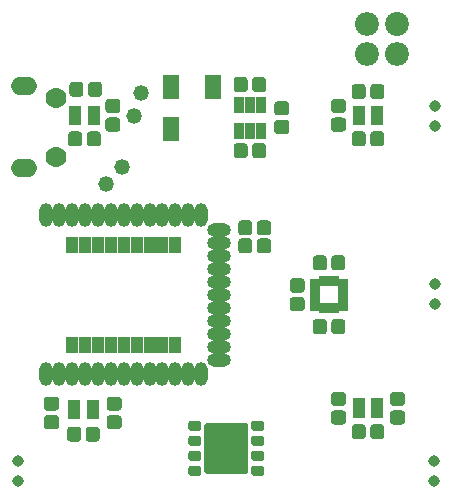
<source format=gts>
G04 #@! TF.GenerationSoftware,KiCad,Pcbnew,(6.0.0-rc1-dev-332-g00d912f0b)*
G04 #@! TF.CreationDate,2018-09-23T23:35:21+02:00*
G04 #@! TF.ProjectId,xilwatch2,78696C7761746368322E6B696361645F,rev?*
G04 #@! TF.SameCoordinates,Original*
G04 #@! TF.FileFunction,Soldermask,Top*
G04 #@! TF.FilePolarity,Negative*
%FSLAX46Y46*%
G04 Gerber Fmt 4.6, Leading zero omitted, Abs format (unit mm)*
G04 Created by KiCad (PCBNEW (6.0.0-rc1-dev-332-g00d912f0b)) date 09/23/18 23:35:21*
%MOMM*%
%LPD*%
G01*
G04 APERTURE LIST*
%ADD10C,2.020000*%
%ADD11O,2.020000X2.020000*%
%ADD12C,0.100000*%
%ADD13C,1.195000*%
%ADD14R,1.120000X1.320000*%
%ADD15O,2.020000X1.170000*%
%ADD16O,1.170000X2.020000*%
%ADD17R,0.970000X1.380000*%
%ADD18R,0.670000X0.920000*%
%ADD19R,0.920000X0.670000*%
%ADD20R,1.120000X0.920000*%
%ADD21C,1.770000*%
%ADD22O,2.220000X1.520000*%
%ADD23C,0.970000*%
%ADD24C,0.820000*%
%ADD25C,3.720000*%
%ADD26R,1.320000X2.020000*%
%ADD27C,1.320000*%
G04 APERTURE END LIST*
D10*
G04 #@! TO.C,X1*
X178470000Y-65880000D03*
D11*
X178470000Y-68420000D03*
X175930000Y-65880000D03*
X175930000Y-68420000D03*
G04 #@! TD*
D12*
G04 #@! TO.C,R2*
G36*
X165940533Y-84028939D02*
X165969533Y-84033240D01*
X165997973Y-84040364D01*
X166025577Y-84050241D01*
X166052080Y-84062776D01*
X166077227Y-84077848D01*
X166100775Y-84095313D01*
X166122498Y-84115002D01*
X166142187Y-84136725D01*
X166159652Y-84160273D01*
X166174724Y-84185420D01*
X166187259Y-84211923D01*
X166197136Y-84239527D01*
X166204260Y-84267967D01*
X166208561Y-84296967D01*
X166210000Y-84326250D01*
X166210000Y-84998750D01*
X166208561Y-85028033D01*
X166204260Y-85057033D01*
X166197136Y-85085473D01*
X166187259Y-85113077D01*
X166174724Y-85139580D01*
X166159652Y-85164727D01*
X166142187Y-85188275D01*
X166122498Y-85209998D01*
X166100775Y-85229687D01*
X166077227Y-85247152D01*
X166052080Y-85262224D01*
X166025577Y-85274759D01*
X165997973Y-85284636D01*
X165969533Y-85291760D01*
X165940533Y-85296061D01*
X165911250Y-85297500D01*
X165313750Y-85297500D01*
X165284467Y-85296061D01*
X165255467Y-85291760D01*
X165227027Y-85284636D01*
X165199423Y-85274759D01*
X165172920Y-85262224D01*
X165147773Y-85247152D01*
X165124225Y-85229687D01*
X165102502Y-85209998D01*
X165082813Y-85188275D01*
X165065348Y-85164727D01*
X165050276Y-85139580D01*
X165037741Y-85113077D01*
X165027864Y-85085473D01*
X165020740Y-85057033D01*
X165016439Y-85028033D01*
X165015000Y-84998750D01*
X165015000Y-84326250D01*
X165016439Y-84296967D01*
X165020740Y-84267967D01*
X165027864Y-84239527D01*
X165037741Y-84211923D01*
X165050276Y-84185420D01*
X165065348Y-84160273D01*
X165082813Y-84136725D01*
X165102502Y-84115002D01*
X165124225Y-84095313D01*
X165147773Y-84077848D01*
X165172920Y-84062776D01*
X165199423Y-84050241D01*
X165227027Y-84040364D01*
X165255467Y-84033240D01*
X165284467Y-84028939D01*
X165313750Y-84027500D01*
X165911250Y-84027500D01*
X165940533Y-84028939D01*
X165940533Y-84028939D01*
G37*
D13*
X165612500Y-84662500D03*
D12*
G36*
X167515533Y-84028939D02*
X167544533Y-84033240D01*
X167572973Y-84040364D01*
X167600577Y-84050241D01*
X167627080Y-84062776D01*
X167652227Y-84077848D01*
X167675775Y-84095313D01*
X167697498Y-84115002D01*
X167717187Y-84136725D01*
X167734652Y-84160273D01*
X167749724Y-84185420D01*
X167762259Y-84211923D01*
X167772136Y-84239527D01*
X167779260Y-84267967D01*
X167783561Y-84296967D01*
X167785000Y-84326250D01*
X167785000Y-84998750D01*
X167783561Y-85028033D01*
X167779260Y-85057033D01*
X167772136Y-85085473D01*
X167762259Y-85113077D01*
X167749724Y-85139580D01*
X167734652Y-85164727D01*
X167717187Y-85188275D01*
X167697498Y-85209998D01*
X167675775Y-85229687D01*
X167652227Y-85247152D01*
X167627080Y-85262224D01*
X167600577Y-85274759D01*
X167572973Y-85284636D01*
X167544533Y-85291760D01*
X167515533Y-85296061D01*
X167486250Y-85297500D01*
X166888750Y-85297500D01*
X166859467Y-85296061D01*
X166830467Y-85291760D01*
X166802027Y-85284636D01*
X166774423Y-85274759D01*
X166747920Y-85262224D01*
X166722773Y-85247152D01*
X166699225Y-85229687D01*
X166677502Y-85209998D01*
X166657813Y-85188275D01*
X166640348Y-85164727D01*
X166625276Y-85139580D01*
X166612741Y-85113077D01*
X166602864Y-85085473D01*
X166595740Y-85057033D01*
X166591439Y-85028033D01*
X166590000Y-84998750D01*
X166590000Y-84326250D01*
X166591439Y-84296967D01*
X166595740Y-84267967D01*
X166602864Y-84239527D01*
X166612741Y-84211923D01*
X166625276Y-84185420D01*
X166640348Y-84160273D01*
X166657813Y-84136725D01*
X166677502Y-84115002D01*
X166699225Y-84095313D01*
X166722773Y-84077848D01*
X166747920Y-84062776D01*
X166774423Y-84050241D01*
X166802027Y-84040364D01*
X166830467Y-84033240D01*
X166859467Y-84028939D01*
X166888750Y-84027500D01*
X167486250Y-84027500D01*
X167515533Y-84028939D01*
X167515533Y-84028939D01*
G37*
D13*
X167187500Y-84662500D03*
G04 #@! TD*
D12*
G04 #@! TO.C,R1*
G36*
X165940533Y-82503939D02*
X165969533Y-82508240D01*
X165997973Y-82515364D01*
X166025577Y-82525241D01*
X166052080Y-82537776D01*
X166077227Y-82552848D01*
X166100775Y-82570313D01*
X166122498Y-82590002D01*
X166142187Y-82611725D01*
X166159652Y-82635273D01*
X166174724Y-82660420D01*
X166187259Y-82686923D01*
X166197136Y-82714527D01*
X166204260Y-82742967D01*
X166208561Y-82771967D01*
X166210000Y-82801250D01*
X166210000Y-83473750D01*
X166208561Y-83503033D01*
X166204260Y-83532033D01*
X166197136Y-83560473D01*
X166187259Y-83588077D01*
X166174724Y-83614580D01*
X166159652Y-83639727D01*
X166142187Y-83663275D01*
X166122498Y-83684998D01*
X166100775Y-83704687D01*
X166077227Y-83722152D01*
X166052080Y-83737224D01*
X166025577Y-83749759D01*
X165997973Y-83759636D01*
X165969533Y-83766760D01*
X165940533Y-83771061D01*
X165911250Y-83772500D01*
X165313750Y-83772500D01*
X165284467Y-83771061D01*
X165255467Y-83766760D01*
X165227027Y-83759636D01*
X165199423Y-83749759D01*
X165172920Y-83737224D01*
X165147773Y-83722152D01*
X165124225Y-83704687D01*
X165102502Y-83684998D01*
X165082813Y-83663275D01*
X165065348Y-83639727D01*
X165050276Y-83614580D01*
X165037741Y-83588077D01*
X165027864Y-83560473D01*
X165020740Y-83532033D01*
X165016439Y-83503033D01*
X165015000Y-83473750D01*
X165015000Y-82801250D01*
X165016439Y-82771967D01*
X165020740Y-82742967D01*
X165027864Y-82714527D01*
X165037741Y-82686923D01*
X165050276Y-82660420D01*
X165065348Y-82635273D01*
X165082813Y-82611725D01*
X165102502Y-82590002D01*
X165124225Y-82570313D01*
X165147773Y-82552848D01*
X165172920Y-82537776D01*
X165199423Y-82525241D01*
X165227027Y-82515364D01*
X165255467Y-82508240D01*
X165284467Y-82503939D01*
X165313750Y-82502500D01*
X165911250Y-82502500D01*
X165940533Y-82503939D01*
X165940533Y-82503939D01*
G37*
D13*
X165612500Y-83137500D03*
D12*
G36*
X167515533Y-82503939D02*
X167544533Y-82508240D01*
X167572973Y-82515364D01*
X167600577Y-82525241D01*
X167627080Y-82537776D01*
X167652227Y-82552848D01*
X167675775Y-82570313D01*
X167697498Y-82590002D01*
X167717187Y-82611725D01*
X167734652Y-82635273D01*
X167749724Y-82660420D01*
X167762259Y-82686923D01*
X167772136Y-82714527D01*
X167779260Y-82742967D01*
X167783561Y-82771967D01*
X167785000Y-82801250D01*
X167785000Y-83473750D01*
X167783561Y-83503033D01*
X167779260Y-83532033D01*
X167772136Y-83560473D01*
X167762259Y-83588077D01*
X167749724Y-83614580D01*
X167734652Y-83639727D01*
X167717187Y-83663275D01*
X167697498Y-83684998D01*
X167675775Y-83704687D01*
X167652227Y-83722152D01*
X167627080Y-83737224D01*
X167600577Y-83749759D01*
X167572973Y-83759636D01*
X167544533Y-83766760D01*
X167515533Y-83771061D01*
X167486250Y-83772500D01*
X166888750Y-83772500D01*
X166859467Y-83771061D01*
X166830467Y-83766760D01*
X166802027Y-83759636D01*
X166774423Y-83749759D01*
X166747920Y-83737224D01*
X166722773Y-83722152D01*
X166699225Y-83704687D01*
X166677502Y-83684998D01*
X166657813Y-83663275D01*
X166640348Y-83639727D01*
X166625276Y-83614580D01*
X166612741Y-83588077D01*
X166602864Y-83560473D01*
X166595740Y-83532033D01*
X166591439Y-83503033D01*
X166590000Y-83473750D01*
X166590000Y-82801250D01*
X166591439Y-82771967D01*
X166595740Y-82742967D01*
X166602864Y-82714527D01*
X166612741Y-82686923D01*
X166625276Y-82660420D01*
X166640348Y-82635273D01*
X166657813Y-82611725D01*
X166677502Y-82590002D01*
X166699225Y-82570313D01*
X166722773Y-82552848D01*
X166747920Y-82537776D01*
X166774423Y-82525241D01*
X166802027Y-82515364D01*
X166830467Y-82508240D01*
X166859467Y-82503939D01*
X166888750Y-82502500D01*
X167486250Y-82502500D01*
X167515533Y-82503939D01*
X167515533Y-82503939D01*
G37*
D13*
X167187500Y-83137500D03*
G04 #@! TD*
D14*
G04 #@! TO.C,U2*
X159700000Y-84550000D03*
X158600000Y-84550000D03*
X157500000Y-84550000D03*
X156400000Y-84550000D03*
X155300000Y-84550000D03*
X154200000Y-84550000D03*
X153100000Y-84550000D03*
X152000000Y-84550000D03*
X150900000Y-84550000D03*
X150900000Y-93050000D03*
X152000000Y-93050000D03*
X153100000Y-93050000D03*
X154200000Y-93050000D03*
X155300000Y-93050000D03*
X156400000Y-93050000D03*
X157500000Y-93050000D03*
X158600000Y-93050000D03*
X159700000Y-93050000D03*
D15*
X163400000Y-94300000D03*
X163400000Y-93200000D03*
X163400000Y-92100000D03*
X163400000Y-91000000D03*
X163400000Y-89900000D03*
X163400000Y-88800000D03*
X163400000Y-87700000D03*
X163400000Y-86600000D03*
X163400000Y-85500000D03*
X163400000Y-84400000D03*
X163400000Y-83300000D03*
D16*
X161900000Y-82050000D03*
X160800000Y-82050000D03*
X159700000Y-82050000D03*
X158600000Y-82050000D03*
X157500000Y-82050000D03*
X156400000Y-82050000D03*
X155300000Y-82050000D03*
X154200000Y-82050000D03*
X153100000Y-82050000D03*
X152000000Y-82050000D03*
X150900000Y-82050000D03*
X149800000Y-82050000D03*
X148700000Y-82050000D03*
X161900000Y-95550000D03*
X160800000Y-95550000D03*
X159700000Y-95550000D03*
X158600000Y-95550000D03*
X157500000Y-95550000D03*
X156400000Y-95550000D03*
X155300000Y-95550000D03*
X154200000Y-95550000D03*
X153100000Y-95550000D03*
X152000000Y-95550000D03*
X150900000Y-95550000D03*
X149800000Y-95550000D03*
X148700000Y-95550000D03*
G04 #@! TD*
D12*
G04 #@! TO.C,R7*
G36*
X173815533Y-90866439D02*
X173844533Y-90870740D01*
X173872973Y-90877864D01*
X173900577Y-90887741D01*
X173927080Y-90900276D01*
X173952227Y-90915348D01*
X173975775Y-90932813D01*
X173997498Y-90952502D01*
X174017187Y-90974225D01*
X174034652Y-90997773D01*
X174049724Y-91022920D01*
X174062259Y-91049423D01*
X174072136Y-91077027D01*
X174079260Y-91105467D01*
X174083561Y-91134467D01*
X174085000Y-91163750D01*
X174085000Y-91836250D01*
X174083561Y-91865533D01*
X174079260Y-91894533D01*
X174072136Y-91922973D01*
X174062259Y-91950577D01*
X174049724Y-91977080D01*
X174034652Y-92002227D01*
X174017187Y-92025775D01*
X173997498Y-92047498D01*
X173975775Y-92067187D01*
X173952227Y-92084652D01*
X173927080Y-92099724D01*
X173900577Y-92112259D01*
X173872973Y-92122136D01*
X173844533Y-92129260D01*
X173815533Y-92133561D01*
X173786250Y-92135000D01*
X173188750Y-92135000D01*
X173159467Y-92133561D01*
X173130467Y-92129260D01*
X173102027Y-92122136D01*
X173074423Y-92112259D01*
X173047920Y-92099724D01*
X173022773Y-92084652D01*
X172999225Y-92067187D01*
X172977502Y-92047498D01*
X172957813Y-92025775D01*
X172940348Y-92002227D01*
X172925276Y-91977080D01*
X172912741Y-91950577D01*
X172902864Y-91922973D01*
X172895740Y-91894533D01*
X172891439Y-91865533D01*
X172890000Y-91836250D01*
X172890000Y-91163750D01*
X172891439Y-91134467D01*
X172895740Y-91105467D01*
X172902864Y-91077027D01*
X172912741Y-91049423D01*
X172925276Y-91022920D01*
X172940348Y-90997773D01*
X172957813Y-90974225D01*
X172977502Y-90952502D01*
X172999225Y-90932813D01*
X173022773Y-90915348D01*
X173047920Y-90900276D01*
X173074423Y-90887741D01*
X173102027Y-90877864D01*
X173130467Y-90870740D01*
X173159467Y-90866439D01*
X173188750Y-90865000D01*
X173786250Y-90865000D01*
X173815533Y-90866439D01*
X173815533Y-90866439D01*
G37*
D13*
X173487500Y-91500000D03*
D12*
G36*
X172240533Y-90866439D02*
X172269533Y-90870740D01*
X172297973Y-90877864D01*
X172325577Y-90887741D01*
X172352080Y-90900276D01*
X172377227Y-90915348D01*
X172400775Y-90932813D01*
X172422498Y-90952502D01*
X172442187Y-90974225D01*
X172459652Y-90997773D01*
X172474724Y-91022920D01*
X172487259Y-91049423D01*
X172497136Y-91077027D01*
X172504260Y-91105467D01*
X172508561Y-91134467D01*
X172510000Y-91163750D01*
X172510000Y-91836250D01*
X172508561Y-91865533D01*
X172504260Y-91894533D01*
X172497136Y-91922973D01*
X172487259Y-91950577D01*
X172474724Y-91977080D01*
X172459652Y-92002227D01*
X172442187Y-92025775D01*
X172422498Y-92047498D01*
X172400775Y-92067187D01*
X172377227Y-92084652D01*
X172352080Y-92099724D01*
X172325577Y-92112259D01*
X172297973Y-92122136D01*
X172269533Y-92129260D01*
X172240533Y-92133561D01*
X172211250Y-92135000D01*
X171613750Y-92135000D01*
X171584467Y-92133561D01*
X171555467Y-92129260D01*
X171527027Y-92122136D01*
X171499423Y-92112259D01*
X171472920Y-92099724D01*
X171447773Y-92084652D01*
X171424225Y-92067187D01*
X171402502Y-92047498D01*
X171382813Y-92025775D01*
X171365348Y-92002227D01*
X171350276Y-91977080D01*
X171337741Y-91950577D01*
X171327864Y-91922973D01*
X171320740Y-91894533D01*
X171316439Y-91865533D01*
X171315000Y-91836250D01*
X171315000Y-91163750D01*
X171316439Y-91134467D01*
X171320740Y-91105467D01*
X171327864Y-91077027D01*
X171337741Y-91049423D01*
X171350276Y-91022920D01*
X171365348Y-90997773D01*
X171382813Y-90974225D01*
X171402502Y-90952502D01*
X171424225Y-90932813D01*
X171447773Y-90915348D01*
X171472920Y-90900276D01*
X171499423Y-90887741D01*
X171527027Y-90877864D01*
X171555467Y-90870740D01*
X171584467Y-90866439D01*
X171613750Y-90865000D01*
X172211250Y-90865000D01*
X172240533Y-90866439D01*
X172240533Y-90866439D01*
G37*
D13*
X171912500Y-91500000D03*
G04 #@! TD*
D12*
G04 #@! TO.C,R6*
G36*
X170365533Y-88991439D02*
X170394533Y-88995740D01*
X170422973Y-89002864D01*
X170450577Y-89012741D01*
X170477080Y-89025276D01*
X170502227Y-89040348D01*
X170525775Y-89057813D01*
X170547498Y-89077502D01*
X170567187Y-89099225D01*
X170584652Y-89122773D01*
X170599724Y-89147920D01*
X170612259Y-89174423D01*
X170622136Y-89202027D01*
X170629260Y-89230467D01*
X170633561Y-89259467D01*
X170635000Y-89288750D01*
X170635000Y-89886250D01*
X170633561Y-89915533D01*
X170629260Y-89944533D01*
X170622136Y-89972973D01*
X170612259Y-90000577D01*
X170599724Y-90027080D01*
X170584652Y-90052227D01*
X170567187Y-90075775D01*
X170547498Y-90097498D01*
X170525775Y-90117187D01*
X170502227Y-90134652D01*
X170477080Y-90149724D01*
X170450577Y-90162259D01*
X170422973Y-90172136D01*
X170394533Y-90179260D01*
X170365533Y-90183561D01*
X170336250Y-90185000D01*
X169663750Y-90185000D01*
X169634467Y-90183561D01*
X169605467Y-90179260D01*
X169577027Y-90172136D01*
X169549423Y-90162259D01*
X169522920Y-90149724D01*
X169497773Y-90134652D01*
X169474225Y-90117187D01*
X169452502Y-90097498D01*
X169432813Y-90075775D01*
X169415348Y-90052227D01*
X169400276Y-90027080D01*
X169387741Y-90000577D01*
X169377864Y-89972973D01*
X169370740Y-89944533D01*
X169366439Y-89915533D01*
X169365000Y-89886250D01*
X169365000Y-89288750D01*
X169366439Y-89259467D01*
X169370740Y-89230467D01*
X169377864Y-89202027D01*
X169387741Y-89174423D01*
X169400276Y-89147920D01*
X169415348Y-89122773D01*
X169432813Y-89099225D01*
X169452502Y-89077502D01*
X169474225Y-89057813D01*
X169497773Y-89040348D01*
X169522920Y-89025276D01*
X169549423Y-89012741D01*
X169577027Y-89002864D01*
X169605467Y-88995740D01*
X169634467Y-88991439D01*
X169663750Y-88990000D01*
X170336250Y-88990000D01*
X170365533Y-88991439D01*
X170365533Y-88991439D01*
G37*
D13*
X170000000Y-89587500D03*
D12*
G36*
X170365533Y-87416439D02*
X170394533Y-87420740D01*
X170422973Y-87427864D01*
X170450577Y-87437741D01*
X170477080Y-87450276D01*
X170502227Y-87465348D01*
X170525775Y-87482813D01*
X170547498Y-87502502D01*
X170567187Y-87524225D01*
X170584652Y-87547773D01*
X170599724Y-87572920D01*
X170612259Y-87599423D01*
X170622136Y-87627027D01*
X170629260Y-87655467D01*
X170633561Y-87684467D01*
X170635000Y-87713750D01*
X170635000Y-88311250D01*
X170633561Y-88340533D01*
X170629260Y-88369533D01*
X170622136Y-88397973D01*
X170612259Y-88425577D01*
X170599724Y-88452080D01*
X170584652Y-88477227D01*
X170567187Y-88500775D01*
X170547498Y-88522498D01*
X170525775Y-88542187D01*
X170502227Y-88559652D01*
X170477080Y-88574724D01*
X170450577Y-88587259D01*
X170422973Y-88597136D01*
X170394533Y-88604260D01*
X170365533Y-88608561D01*
X170336250Y-88610000D01*
X169663750Y-88610000D01*
X169634467Y-88608561D01*
X169605467Y-88604260D01*
X169577027Y-88597136D01*
X169549423Y-88587259D01*
X169522920Y-88574724D01*
X169497773Y-88559652D01*
X169474225Y-88542187D01*
X169452502Y-88522498D01*
X169432813Y-88500775D01*
X169415348Y-88477227D01*
X169400276Y-88452080D01*
X169387741Y-88425577D01*
X169377864Y-88397973D01*
X169370740Y-88369533D01*
X169366439Y-88340533D01*
X169365000Y-88311250D01*
X169365000Y-87713750D01*
X169366439Y-87684467D01*
X169370740Y-87655467D01*
X169377864Y-87627027D01*
X169387741Y-87599423D01*
X169400276Y-87572920D01*
X169415348Y-87547773D01*
X169432813Y-87524225D01*
X169452502Y-87502502D01*
X169474225Y-87482813D01*
X169497773Y-87465348D01*
X169522920Y-87450276D01*
X169549423Y-87437741D01*
X169577027Y-87427864D01*
X169605467Y-87420740D01*
X169634467Y-87416439D01*
X169663750Y-87415000D01*
X170336250Y-87415000D01*
X170365533Y-87416439D01*
X170365533Y-87416439D01*
G37*
D13*
X170000000Y-88012500D03*
G04 #@! TD*
D12*
G04 #@! TO.C,R9*
G36*
X153215533Y-70766439D02*
X153244533Y-70770740D01*
X153272973Y-70777864D01*
X153300577Y-70787741D01*
X153327080Y-70800276D01*
X153352227Y-70815348D01*
X153375775Y-70832813D01*
X153397498Y-70852502D01*
X153417187Y-70874225D01*
X153434652Y-70897773D01*
X153449724Y-70922920D01*
X153462259Y-70949423D01*
X153472136Y-70977027D01*
X153479260Y-71005467D01*
X153483561Y-71034467D01*
X153485000Y-71063750D01*
X153485000Y-71736250D01*
X153483561Y-71765533D01*
X153479260Y-71794533D01*
X153472136Y-71822973D01*
X153462259Y-71850577D01*
X153449724Y-71877080D01*
X153434652Y-71902227D01*
X153417187Y-71925775D01*
X153397498Y-71947498D01*
X153375775Y-71967187D01*
X153352227Y-71984652D01*
X153327080Y-71999724D01*
X153300577Y-72012259D01*
X153272973Y-72022136D01*
X153244533Y-72029260D01*
X153215533Y-72033561D01*
X153186250Y-72035000D01*
X152588750Y-72035000D01*
X152559467Y-72033561D01*
X152530467Y-72029260D01*
X152502027Y-72022136D01*
X152474423Y-72012259D01*
X152447920Y-71999724D01*
X152422773Y-71984652D01*
X152399225Y-71967187D01*
X152377502Y-71947498D01*
X152357813Y-71925775D01*
X152340348Y-71902227D01*
X152325276Y-71877080D01*
X152312741Y-71850577D01*
X152302864Y-71822973D01*
X152295740Y-71794533D01*
X152291439Y-71765533D01*
X152290000Y-71736250D01*
X152290000Y-71063750D01*
X152291439Y-71034467D01*
X152295740Y-71005467D01*
X152302864Y-70977027D01*
X152312741Y-70949423D01*
X152325276Y-70922920D01*
X152340348Y-70897773D01*
X152357813Y-70874225D01*
X152377502Y-70852502D01*
X152399225Y-70832813D01*
X152422773Y-70815348D01*
X152447920Y-70800276D01*
X152474423Y-70787741D01*
X152502027Y-70777864D01*
X152530467Y-70770740D01*
X152559467Y-70766439D01*
X152588750Y-70765000D01*
X153186250Y-70765000D01*
X153215533Y-70766439D01*
X153215533Y-70766439D01*
G37*
D13*
X152887500Y-71400000D03*
D12*
G36*
X151640533Y-70766439D02*
X151669533Y-70770740D01*
X151697973Y-70777864D01*
X151725577Y-70787741D01*
X151752080Y-70800276D01*
X151777227Y-70815348D01*
X151800775Y-70832813D01*
X151822498Y-70852502D01*
X151842187Y-70874225D01*
X151859652Y-70897773D01*
X151874724Y-70922920D01*
X151887259Y-70949423D01*
X151897136Y-70977027D01*
X151904260Y-71005467D01*
X151908561Y-71034467D01*
X151910000Y-71063750D01*
X151910000Y-71736250D01*
X151908561Y-71765533D01*
X151904260Y-71794533D01*
X151897136Y-71822973D01*
X151887259Y-71850577D01*
X151874724Y-71877080D01*
X151859652Y-71902227D01*
X151842187Y-71925775D01*
X151822498Y-71947498D01*
X151800775Y-71967187D01*
X151777227Y-71984652D01*
X151752080Y-71999724D01*
X151725577Y-72012259D01*
X151697973Y-72022136D01*
X151669533Y-72029260D01*
X151640533Y-72033561D01*
X151611250Y-72035000D01*
X151013750Y-72035000D01*
X150984467Y-72033561D01*
X150955467Y-72029260D01*
X150927027Y-72022136D01*
X150899423Y-72012259D01*
X150872920Y-71999724D01*
X150847773Y-71984652D01*
X150824225Y-71967187D01*
X150802502Y-71947498D01*
X150782813Y-71925775D01*
X150765348Y-71902227D01*
X150750276Y-71877080D01*
X150737741Y-71850577D01*
X150727864Y-71822973D01*
X150720740Y-71794533D01*
X150716439Y-71765533D01*
X150715000Y-71736250D01*
X150715000Y-71063750D01*
X150716439Y-71034467D01*
X150720740Y-71005467D01*
X150727864Y-70977027D01*
X150737741Y-70949423D01*
X150750276Y-70922920D01*
X150765348Y-70897773D01*
X150782813Y-70874225D01*
X150802502Y-70852502D01*
X150824225Y-70832813D01*
X150847773Y-70815348D01*
X150872920Y-70800276D01*
X150899423Y-70787741D01*
X150927027Y-70777864D01*
X150955467Y-70770740D01*
X150984467Y-70766439D01*
X151013750Y-70765000D01*
X151611250Y-70765000D01*
X151640533Y-70766439D01*
X151640533Y-70766439D01*
G37*
D13*
X151312500Y-71400000D03*
G04 #@! TD*
D12*
G04 #@! TO.C,R8*
G36*
X151540533Y-74966439D02*
X151569533Y-74970740D01*
X151597973Y-74977864D01*
X151625577Y-74987741D01*
X151652080Y-75000276D01*
X151677227Y-75015348D01*
X151700775Y-75032813D01*
X151722498Y-75052502D01*
X151742187Y-75074225D01*
X151759652Y-75097773D01*
X151774724Y-75122920D01*
X151787259Y-75149423D01*
X151797136Y-75177027D01*
X151804260Y-75205467D01*
X151808561Y-75234467D01*
X151810000Y-75263750D01*
X151810000Y-75936250D01*
X151808561Y-75965533D01*
X151804260Y-75994533D01*
X151797136Y-76022973D01*
X151787259Y-76050577D01*
X151774724Y-76077080D01*
X151759652Y-76102227D01*
X151742187Y-76125775D01*
X151722498Y-76147498D01*
X151700775Y-76167187D01*
X151677227Y-76184652D01*
X151652080Y-76199724D01*
X151625577Y-76212259D01*
X151597973Y-76222136D01*
X151569533Y-76229260D01*
X151540533Y-76233561D01*
X151511250Y-76235000D01*
X150913750Y-76235000D01*
X150884467Y-76233561D01*
X150855467Y-76229260D01*
X150827027Y-76222136D01*
X150799423Y-76212259D01*
X150772920Y-76199724D01*
X150747773Y-76184652D01*
X150724225Y-76167187D01*
X150702502Y-76147498D01*
X150682813Y-76125775D01*
X150665348Y-76102227D01*
X150650276Y-76077080D01*
X150637741Y-76050577D01*
X150627864Y-76022973D01*
X150620740Y-75994533D01*
X150616439Y-75965533D01*
X150615000Y-75936250D01*
X150615000Y-75263750D01*
X150616439Y-75234467D01*
X150620740Y-75205467D01*
X150627864Y-75177027D01*
X150637741Y-75149423D01*
X150650276Y-75122920D01*
X150665348Y-75097773D01*
X150682813Y-75074225D01*
X150702502Y-75052502D01*
X150724225Y-75032813D01*
X150747773Y-75015348D01*
X150772920Y-75000276D01*
X150799423Y-74987741D01*
X150827027Y-74977864D01*
X150855467Y-74970740D01*
X150884467Y-74966439D01*
X150913750Y-74965000D01*
X151511250Y-74965000D01*
X151540533Y-74966439D01*
X151540533Y-74966439D01*
G37*
D13*
X151212500Y-75600000D03*
D12*
G36*
X153115533Y-74966439D02*
X153144533Y-74970740D01*
X153172973Y-74977864D01*
X153200577Y-74987741D01*
X153227080Y-75000276D01*
X153252227Y-75015348D01*
X153275775Y-75032813D01*
X153297498Y-75052502D01*
X153317187Y-75074225D01*
X153334652Y-75097773D01*
X153349724Y-75122920D01*
X153362259Y-75149423D01*
X153372136Y-75177027D01*
X153379260Y-75205467D01*
X153383561Y-75234467D01*
X153385000Y-75263750D01*
X153385000Y-75936250D01*
X153383561Y-75965533D01*
X153379260Y-75994533D01*
X153372136Y-76022973D01*
X153362259Y-76050577D01*
X153349724Y-76077080D01*
X153334652Y-76102227D01*
X153317187Y-76125775D01*
X153297498Y-76147498D01*
X153275775Y-76167187D01*
X153252227Y-76184652D01*
X153227080Y-76199724D01*
X153200577Y-76212259D01*
X153172973Y-76222136D01*
X153144533Y-76229260D01*
X153115533Y-76233561D01*
X153086250Y-76235000D01*
X152488750Y-76235000D01*
X152459467Y-76233561D01*
X152430467Y-76229260D01*
X152402027Y-76222136D01*
X152374423Y-76212259D01*
X152347920Y-76199724D01*
X152322773Y-76184652D01*
X152299225Y-76167187D01*
X152277502Y-76147498D01*
X152257813Y-76125775D01*
X152240348Y-76102227D01*
X152225276Y-76077080D01*
X152212741Y-76050577D01*
X152202864Y-76022973D01*
X152195740Y-75994533D01*
X152191439Y-75965533D01*
X152190000Y-75936250D01*
X152190000Y-75263750D01*
X152191439Y-75234467D01*
X152195740Y-75205467D01*
X152202864Y-75177027D01*
X152212741Y-75149423D01*
X152225276Y-75122920D01*
X152240348Y-75097773D01*
X152257813Y-75074225D01*
X152277502Y-75052502D01*
X152299225Y-75032813D01*
X152322773Y-75015348D01*
X152347920Y-75000276D01*
X152374423Y-74987741D01*
X152402027Y-74977864D01*
X152430467Y-74970740D01*
X152459467Y-74966439D01*
X152488750Y-74965000D01*
X153086250Y-74965000D01*
X153115533Y-74966439D01*
X153115533Y-74966439D01*
G37*
D13*
X152787500Y-75600000D03*
G04 #@! TD*
D12*
G04 #@! TO.C,R11*
G36*
X175540533Y-74966439D02*
X175569533Y-74970740D01*
X175597973Y-74977864D01*
X175625577Y-74987741D01*
X175652080Y-75000276D01*
X175677227Y-75015348D01*
X175700775Y-75032813D01*
X175722498Y-75052502D01*
X175742187Y-75074225D01*
X175759652Y-75097773D01*
X175774724Y-75122920D01*
X175787259Y-75149423D01*
X175797136Y-75177027D01*
X175804260Y-75205467D01*
X175808561Y-75234467D01*
X175810000Y-75263750D01*
X175810000Y-75936250D01*
X175808561Y-75965533D01*
X175804260Y-75994533D01*
X175797136Y-76022973D01*
X175787259Y-76050577D01*
X175774724Y-76077080D01*
X175759652Y-76102227D01*
X175742187Y-76125775D01*
X175722498Y-76147498D01*
X175700775Y-76167187D01*
X175677227Y-76184652D01*
X175652080Y-76199724D01*
X175625577Y-76212259D01*
X175597973Y-76222136D01*
X175569533Y-76229260D01*
X175540533Y-76233561D01*
X175511250Y-76235000D01*
X174913750Y-76235000D01*
X174884467Y-76233561D01*
X174855467Y-76229260D01*
X174827027Y-76222136D01*
X174799423Y-76212259D01*
X174772920Y-76199724D01*
X174747773Y-76184652D01*
X174724225Y-76167187D01*
X174702502Y-76147498D01*
X174682813Y-76125775D01*
X174665348Y-76102227D01*
X174650276Y-76077080D01*
X174637741Y-76050577D01*
X174627864Y-76022973D01*
X174620740Y-75994533D01*
X174616439Y-75965533D01*
X174615000Y-75936250D01*
X174615000Y-75263750D01*
X174616439Y-75234467D01*
X174620740Y-75205467D01*
X174627864Y-75177027D01*
X174637741Y-75149423D01*
X174650276Y-75122920D01*
X174665348Y-75097773D01*
X174682813Y-75074225D01*
X174702502Y-75052502D01*
X174724225Y-75032813D01*
X174747773Y-75015348D01*
X174772920Y-75000276D01*
X174799423Y-74987741D01*
X174827027Y-74977864D01*
X174855467Y-74970740D01*
X174884467Y-74966439D01*
X174913750Y-74965000D01*
X175511250Y-74965000D01*
X175540533Y-74966439D01*
X175540533Y-74966439D01*
G37*
D13*
X175212500Y-75600000D03*
D12*
G36*
X177115533Y-74966439D02*
X177144533Y-74970740D01*
X177172973Y-74977864D01*
X177200577Y-74987741D01*
X177227080Y-75000276D01*
X177252227Y-75015348D01*
X177275775Y-75032813D01*
X177297498Y-75052502D01*
X177317187Y-75074225D01*
X177334652Y-75097773D01*
X177349724Y-75122920D01*
X177362259Y-75149423D01*
X177372136Y-75177027D01*
X177379260Y-75205467D01*
X177383561Y-75234467D01*
X177385000Y-75263750D01*
X177385000Y-75936250D01*
X177383561Y-75965533D01*
X177379260Y-75994533D01*
X177372136Y-76022973D01*
X177362259Y-76050577D01*
X177349724Y-76077080D01*
X177334652Y-76102227D01*
X177317187Y-76125775D01*
X177297498Y-76147498D01*
X177275775Y-76167187D01*
X177252227Y-76184652D01*
X177227080Y-76199724D01*
X177200577Y-76212259D01*
X177172973Y-76222136D01*
X177144533Y-76229260D01*
X177115533Y-76233561D01*
X177086250Y-76235000D01*
X176488750Y-76235000D01*
X176459467Y-76233561D01*
X176430467Y-76229260D01*
X176402027Y-76222136D01*
X176374423Y-76212259D01*
X176347920Y-76199724D01*
X176322773Y-76184652D01*
X176299225Y-76167187D01*
X176277502Y-76147498D01*
X176257813Y-76125775D01*
X176240348Y-76102227D01*
X176225276Y-76077080D01*
X176212741Y-76050577D01*
X176202864Y-76022973D01*
X176195740Y-75994533D01*
X176191439Y-75965533D01*
X176190000Y-75936250D01*
X176190000Y-75263750D01*
X176191439Y-75234467D01*
X176195740Y-75205467D01*
X176202864Y-75177027D01*
X176212741Y-75149423D01*
X176225276Y-75122920D01*
X176240348Y-75097773D01*
X176257813Y-75074225D01*
X176277502Y-75052502D01*
X176299225Y-75032813D01*
X176322773Y-75015348D01*
X176347920Y-75000276D01*
X176374423Y-74987741D01*
X176402027Y-74977864D01*
X176430467Y-74970740D01*
X176459467Y-74966439D01*
X176488750Y-74965000D01*
X177086250Y-74965000D01*
X177115533Y-74966439D01*
X177115533Y-74966439D01*
G37*
D13*
X176787500Y-75600000D03*
G04 #@! TD*
D12*
G04 #@! TO.C,R5*
G36*
X169065533Y-73991439D02*
X169094533Y-73995740D01*
X169122973Y-74002864D01*
X169150577Y-74012741D01*
X169177080Y-74025276D01*
X169202227Y-74040348D01*
X169225775Y-74057813D01*
X169247498Y-74077502D01*
X169267187Y-74099225D01*
X169284652Y-74122773D01*
X169299724Y-74147920D01*
X169312259Y-74174423D01*
X169322136Y-74202027D01*
X169329260Y-74230467D01*
X169333561Y-74259467D01*
X169335000Y-74288750D01*
X169335000Y-74886250D01*
X169333561Y-74915533D01*
X169329260Y-74944533D01*
X169322136Y-74972973D01*
X169312259Y-75000577D01*
X169299724Y-75027080D01*
X169284652Y-75052227D01*
X169267187Y-75075775D01*
X169247498Y-75097498D01*
X169225775Y-75117187D01*
X169202227Y-75134652D01*
X169177080Y-75149724D01*
X169150577Y-75162259D01*
X169122973Y-75172136D01*
X169094533Y-75179260D01*
X169065533Y-75183561D01*
X169036250Y-75185000D01*
X168363750Y-75185000D01*
X168334467Y-75183561D01*
X168305467Y-75179260D01*
X168277027Y-75172136D01*
X168249423Y-75162259D01*
X168222920Y-75149724D01*
X168197773Y-75134652D01*
X168174225Y-75117187D01*
X168152502Y-75097498D01*
X168132813Y-75075775D01*
X168115348Y-75052227D01*
X168100276Y-75027080D01*
X168087741Y-75000577D01*
X168077864Y-74972973D01*
X168070740Y-74944533D01*
X168066439Y-74915533D01*
X168065000Y-74886250D01*
X168065000Y-74288750D01*
X168066439Y-74259467D01*
X168070740Y-74230467D01*
X168077864Y-74202027D01*
X168087741Y-74174423D01*
X168100276Y-74147920D01*
X168115348Y-74122773D01*
X168132813Y-74099225D01*
X168152502Y-74077502D01*
X168174225Y-74057813D01*
X168197773Y-74040348D01*
X168222920Y-74025276D01*
X168249423Y-74012741D01*
X168277027Y-74002864D01*
X168305467Y-73995740D01*
X168334467Y-73991439D01*
X168363750Y-73990000D01*
X169036250Y-73990000D01*
X169065533Y-73991439D01*
X169065533Y-73991439D01*
G37*
D13*
X168700000Y-74587500D03*
D12*
G36*
X169065533Y-72416439D02*
X169094533Y-72420740D01*
X169122973Y-72427864D01*
X169150577Y-72437741D01*
X169177080Y-72450276D01*
X169202227Y-72465348D01*
X169225775Y-72482813D01*
X169247498Y-72502502D01*
X169267187Y-72524225D01*
X169284652Y-72547773D01*
X169299724Y-72572920D01*
X169312259Y-72599423D01*
X169322136Y-72627027D01*
X169329260Y-72655467D01*
X169333561Y-72684467D01*
X169335000Y-72713750D01*
X169335000Y-73311250D01*
X169333561Y-73340533D01*
X169329260Y-73369533D01*
X169322136Y-73397973D01*
X169312259Y-73425577D01*
X169299724Y-73452080D01*
X169284652Y-73477227D01*
X169267187Y-73500775D01*
X169247498Y-73522498D01*
X169225775Y-73542187D01*
X169202227Y-73559652D01*
X169177080Y-73574724D01*
X169150577Y-73587259D01*
X169122973Y-73597136D01*
X169094533Y-73604260D01*
X169065533Y-73608561D01*
X169036250Y-73610000D01*
X168363750Y-73610000D01*
X168334467Y-73608561D01*
X168305467Y-73604260D01*
X168277027Y-73597136D01*
X168249423Y-73587259D01*
X168222920Y-73574724D01*
X168197773Y-73559652D01*
X168174225Y-73542187D01*
X168152502Y-73522498D01*
X168132813Y-73500775D01*
X168115348Y-73477227D01*
X168100276Y-73452080D01*
X168087741Y-73425577D01*
X168077864Y-73397973D01*
X168070740Y-73369533D01*
X168066439Y-73340533D01*
X168065000Y-73311250D01*
X168065000Y-72713750D01*
X168066439Y-72684467D01*
X168070740Y-72655467D01*
X168077864Y-72627027D01*
X168087741Y-72599423D01*
X168100276Y-72572920D01*
X168115348Y-72547773D01*
X168132813Y-72524225D01*
X168152502Y-72502502D01*
X168174225Y-72482813D01*
X168197773Y-72465348D01*
X168222920Y-72450276D01*
X168249423Y-72437741D01*
X168277027Y-72427864D01*
X168305467Y-72420740D01*
X168334467Y-72416439D01*
X168363750Y-72415000D01*
X169036250Y-72415000D01*
X169065533Y-72416439D01*
X169065533Y-72416439D01*
G37*
D13*
X168700000Y-73012500D03*
G04 #@! TD*
D12*
G04 #@! TO.C,R12*
G36*
X173865533Y-73791439D02*
X173894533Y-73795740D01*
X173922973Y-73802864D01*
X173950577Y-73812741D01*
X173977080Y-73825276D01*
X174002227Y-73840348D01*
X174025775Y-73857813D01*
X174047498Y-73877502D01*
X174067187Y-73899225D01*
X174084652Y-73922773D01*
X174099724Y-73947920D01*
X174112259Y-73974423D01*
X174122136Y-74002027D01*
X174129260Y-74030467D01*
X174133561Y-74059467D01*
X174135000Y-74088750D01*
X174135000Y-74686250D01*
X174133561Y-74715533D01*
X174129260Y-74744533D01*
X174122136Y-74772973D01*
X174112259Y-74800577D01*
X174099724Y-74827080D01*
X174084652Y-74852227D01*
X174067187Y-74875775D01*
X174047498Y-74897498D01*
X174025775Y-74917187D01*
X174002227Y-74934652D01*
X173977080Y-74949724D01*
X173950577Y-74962259D01*
X173922973Y-74972136D01*
X173894533Y-74979260D01*
X173865533Y-74983561D01*
X173836250Y-74985000D01*
X173163750Y-74985000D01*
X173134467Y-74983561D01*
X173105467Y-74979260D01*
X173077027Y-74972136D01*
X173049423Y-74962259D01*
X173022920Y-74949724D01*
X172997773Y-74934652D01*
X172974225Y-74917187D01*
X172952502Y-74897498D01*
X172932813Y-74875775D01*
X172915348Y-74852227D01*
X172900276Y-74827080D01*
X172887741Y-74800577D01*
X172877864Y-74772973D01*
X172870740Y-74744533D01*
X172866439Y-74715533D01*
X172865000Y-74686250D01*
X172865000Y-74088750D01*
X172866439Y-74059467D01*
X172870740Y-74030467D01*
X172877864Y-74002027D01*
X172887741Y-73974423D01*
X172900276Y-73947920D01*
X172915348Y-73922773D01*
X172932813Y-73899225D01*
X172952502Y-73877502D01*
X172974225Y-73857813D01*
X172997773Y-73840348D01*
X173022920Y-73825276D01*
X173049423Y-73812741D01*
X173077027Y-73802864D01*
X173105467Y-73795740D01*
X173134467Y-73791439D01*
X173163750Y-73790000D01*
X173836250Y-73790000D01*
X173865533Y-73791439D01*
X173865533Y-73791439D01*
G37*
D13*
X173500000Y-74387500D03*
D12*
G36*
X173865533Y-72216439D02*
X173894533Y-72220740D01*
X173922973Y-72227864D01*
X173950577Y-72237741D01*
X173977080Y-72250276D01*
X174002227Y-72265348D01*
X174025775Y-72282813D01*
X174047498Y-72302502D01*
X174067187Y-72324225D01*
X174084652Y-72347773D01*
X174099724Y-72372920D01*
X174112259Y-72399423D01*
X174122136Y-72427027D01*
X174129260Y-72455467D01*
X174133561Y-72484467D01*
X174135000Y-72513750D01*
X174135000Y-73111250D01*
X174133561Y-73140533D01*
X174129260Y-73169533D01*
X174122136Y-73197973D01*
X174112259Y-73225577D01*
X174099724Y-73252080D01*
X174084652Y-73277227D01*
X174067187Y-73300775D01*
X174047498Y-73322498D01*
X174025775Y-73342187D01*
X174002227Y-73359652D01*
X173977080Y-73374724D01*
X173950577Y-73387259D01*
X173922973Y-73397136D01*
X173894533Y-73404260D01*
X173865533Y-73408561D01*
X173836250Y-73410000D01*
X173163750Y-73410000D01*
X173134467Y-73408561D01*
X173105467Y-73404260D01*
X173077027Y-73397136D01*
X173049423Y-73387259D01*
X173022920Y-73374724D01*
X172997773Y-73359652D01*
X172974225Y-73342187D01*
X172952502Y-73322498D01*
X172932813Y-73300775D01*
X172915348Y-73277227D01*
X172900276Y-73252080D01*
X172887741Y-73225577D01*
X172877864Y-73197973D01*
X172870740Y-73169533D01*
X172866439Y-73140533D01*
X172865000Y-73111250D01*
X172865000Y-72513750D01*
X172866439Y-72484467D01*
X172870740Y-72455467D01*
X172877864Y-72427027D01*
X172887741Y-72399423D01*
X172900276Y-72372920D01*
X172915348Y-72347773D01*
X172932813Y-72324225D01*
X172952502Y-72302502D01*
X172974225Y-72282813D01*
X172997773Y-72265348D01*
X173022920Y-72250276D01*
X173049423Y-72237741D01*
X173077027Y-72227864D01*
X173105467Y-72220740D01*
X173134467Y-72216439D01*
X173163750Y-72215000D01*
X173836250Y-72215000D01*
X173865533Y-72216439D01*
X173865533Y-72216439D01*
G37*
D13*
X173500000Y-72812500D03*
G04 #@! TD*
D12*
G04 #@! TO.C,R13*
G36*
X177115533Y-70966439D02*
X177144533Y-70970740D01*
X177172973Y-70977864D01*
X177200577Y-70987741D01*
X177227080Y-71000276D01*
X177252227Y-71015348D01*
X177275775Y-71032813D01*
X177297498Y-71052502D01*
X177317187Y-71074225D01*
X177334652Y-71097773D01*
X177349724Y-71122920D01*
X177362259Y-71149423D01*
X177372136Y-71177027D01*
X177379260Y-71205467D01*
X177383561Y-71234467D01*
X177385000Y-71263750D01*
X177385000Y-71936250D01*
X177383561Y-71965533D01*
X177379260Y-71994533D01*
X177372136Y-72022973D01*
X177362259Y-72050577D01*
X177349724Y-72077080D01*
X177334652Y-72102227D01*
X177317187Y-72125775D01*
X177297498Y-72147498D01*
X177275775Y-72167187D01*
X177252227Y-72184652D01*
X177227080Y-72199724D01*
X177200577Y-72212259D01*
X177172973Y-72222136D01*
X177144533Y-72229260D01*
X177115533Y-72233561D01*
X177086250Y-72235000D01*
X176488750Y-72235000D01*
X176459467Y-72233561D01*
X176430467Y-72229260D01*
X176402027Y-72222136D01*
X176374423Y-72212259D01*
X176347920Y-72199724D01*
X176322773Y-72184652D01*
X176299225Y-72167187D01*
X176277502Y-72147498D01*
X176257813Y-72125775D01*
X176240348Y-72102227D01*
X176225276Y-72077080D01*
X176212741Y-72050577D01*
X176202864Y-72022973D01*
X176195740Y-71994533D01*
X176191439Y-71965533D01*
X176190000Y-71936250D01*
X176190000Y-71263750D01*
X176191439Y-71234467D01*
X176195740Y-71205467D01*
X176202864Y-71177027D01*
X176212741Y-71149423D01*
X176225276Y-71122920D01*
X176240348Y-71097773D01*
X176257813Y-71074225D01*
X176277502Y-71052502D01*
X176299225Y-71032813D01*
X176322773Y-71015348D01*
X176347920Y-71000276D01*
X176374423Y-70987741D01*
X176402027Y-70977864D01*
X176430467Y-70970740D01*
X176459467Y-70966439D01*
X176488750Y-70965000D01*
X177086250Y-70965000D01*
X177115533Y-70966439D01*
X177115533Y-70966439D01*
G37*
D13*
X176787500Y-71600000D03*
D12*
G36*
X175540533Y-70966439D02*
X175569533Y-70970740D01*
X175597973Y-70977864D01*
X175625577Y-70987741D01*
X175652080Y-71000276D01*
X175677227Y-71015348D01*
X175700775Y-71032813D01*
X175722498Y-71052502D01*
X175742187Y-71074225D01*
X175759652Y-71097773D01*
X175774724Y-71122920D01*
X175787259Y-71149423D01*
X175797136Y-71177027D01*
X175804260Y-71205467D01*
X175808561Y-71234467D01*
X175810000Y-71263750D01*
X175810000Y-71936250D01*
X175808561Y-71965533D01*
X175804260Y-71994533D01*
X175797136Y-72022973D01*
X175787259Y-72050577D01*
X175774724Y-72077080D01*
X175759652Y-72102227D01*
X175742187Y-72125775D01*
X175722498Y-72147498D01*
X175700775Y-72167187D01*
X175677227Y-72184652D01*
X175652080Y-72199724D01*
X175625577Y-72212259D01*
X175597973Y-72222136D01*
X175569533Y-72229260D01*
X175540533Y-72233561D01*
X175511250Y-72235000D01*
X174913750Y-72235000D01*
X174884467Y-72233561D01*
X174855467Y-72229260D01*
X174827027Y-72222136D01*
X174799423Y-72212259D01*
X174772920Y-72199724D01*
X174747773Y-72184652D01*
X174724225Y-72167187D01*
X174702502Y-72147498D01*
X174682813Y-72125775D01*
X174665348Y-72102227D01*
X174650276Y-72077080D01*
X174637741Y-72050577D01*
X174627864Y-72022973D01*
X174620740Y-71994533D01*
X174616439Y-71965533D01*
X174615000Y-71936250D01*
X174615000Y-71263750D01*
X174616439Y-71234467D01*
X174620740Y-71205467D01*
X174627864Y-71177027D01*
X174637741Y-71149423D01*
X174650276Y-71122920D01*
X174665348Y-71097773D01*
X174682813Y-71074225D01*
X174702502Y-71052502D01*
X174724225Y-71032813D01*
X174747773Y-71015348D01*
X174772920Y-71000276D01*
X174799423Y-70987741D01*
X174827027Y-70977864D01*
X174855467Y-70970740D01*
X174884467Y-70966439D01*
X174913750Y-70965000D01*
X175511250Y-70965000D01*
X175540533Y-70966439D01*
X175540533Y-70966439D01*
G37*
D13*
X175212500Y-71600000D03*
G04 #@! TD*
D12*
G04 #@! TO.C,R18*
G36*
X173865533Y-98591439D02*
X173894533Y-98595740D01*
X173922973Y-98602864D01*
X173950577Y-98612741D01*
X173977080Y-98625276D01*
X174002227Y-98640348D01*
X174025775Y-98657813D01*
X174047498Y-98677502D01*
X174067187Y-98699225D01*
X174084652Y-98722773D01*
X174099724Y-98747920D01*
X174112259Y-98774423D01*
X174122136Y-98802027D01*
X174129260Y-98830467D01*
X174133561Y-98859467D01*
X174135000Y-98888750D01*
X174135000Y-99486250D01*
X174133561Y-99515533D01*
X174129260Y-99544533D01*
X174122136Y-99572973D01*
X174112259Y-99600577D01*
X174099724Y-99627080D01*
X174084652Y-99652227D01*
X174067187Y-99675775D01*
X174047498Y-99697498D01*
X174025775Y-99717187D01*
X174002227Y-99734652D01*
X173977080Y-99749724D01*
X173950577Y-99762259D01*
X173922973Y-99772136D01*
X173894533Y-99779260D01*
X173865533Y-99783561D01*
X173836250Y-99785000D01*
X173163750Y-99785000D01*
X173134467Y-99783561D01*
X173105467Y-99779260D01*
X173077027Y-99772136D01*
X173049423Y-99762259D01*
X173022920Y-99749724D01*
X172997773Y-99734652D01*
X172974225Y-99717187D01*
X172952502Y-99697498D01*
X172932813Y-99675775D01*
X172915348Y-99652227D01*
X172900276Y-99627080D01*
X172887741Y-99600577D01*
X172877864Y-99572973D01*
X172870740Y-99544533D01*
X172866439Y-99515533D01*
X172865000Y-99486250D01*
X172865000Y-98888750D01*
X172866439Y-98859467D01*
X172870740Y-98830467D01*
X172877864Y-98802027D01*
X172887741Y-98774423D01*
X172900276Y-98747920D01*
X172915348Y-98722773D01*
X172932813Y-98699225D01*
X172952502Y-98677502D01*
X172974225Y-98657813D01*
X172997773Y-98640348D01*
X173022920Y-98625276D01*
X173049423Y-98612741D01*
X173077027Y-98602864D01*
X173105467Y-98595740D01*
X173134467Y-98591439D01*
X173163750Y-98590000D01*
X173836250Y-98590000D01*
X173865533Y-98591439D01*
X173865533Y-98591439D01*
G37*
D13*
X173500000Y-99187500D03*
D12*
G36*
X173865533Y-97016439D02*
X173894533Y-97020740D01*
X173922973Y-97027864D01*
X173950577Y-97037741D01*
X173977080Y-97050276D01*
X174002227Y-97065348D01*
X174025775Y-97082813D01*
X174047498Y-97102502D01*
X174067187Y-97124225D01*
X174084652Y-97147773D01*
X174099724Y-97172920D01*
X174112259Y-97199423D01*
X174122136Y-97227027D01*
X174129260Y-97255467D01*
X174133561Y-97284467D01*
X174135000Y-97313750D01*
X174135000Y-97911250D01*
X174133561Y-97940533D01*
X174129260Y-97969533D01*
X174122136Y-97997973D01*
X174112259Y-98025577D01*
X174099724Y-98052080D01*
X174084652Y-98077227D01*
X174067187Y-98100775D01*
X174047498Y-98122498D01*
X174025775Y-98142187D01*
X174002227Y-98159652D01*
X173977080Y-98174724D01*
X173950577Y-98187259D01*
X173922973Y-98197136D01*
X173894533Y-98204260D01*
X173865533Y-98208561D01*
X173836250Y-98210000D01*
X173163750Y-98210000D01*
X173134467Y-98208561D01*
X173105467Y-98204260D01*
X173077027Y-98197136D01*
X173049423Y-98187259D01*
X173022920Y-98174724D01*
X172997773Y-98159652D01*
X172974225Y-98142187D01*
X172952502Y-98122498D01*
X172932813Y-98100775D01*
X172915348Y-98077227D01*
X172900276Y-98052080D01*
X172887741Y-98025577D01*
X172877864Y-97997973D01*
X172870740Y-97969533D01*
X172866439Y-97940533D01*
X172865000Y-97911250D01*
X172865000Y-97313750D01*
X172866439Y-97284467D01*
X172870740Y-97255467D01*
X172877864Y-97227027D01*
X172887741Y-97199423D01*
X172900276Y-97172920D01*
X172915348Y-97147773D01*
X172932813Y-97124225D01*
X172952502Y-97102502D01*
X172974225Y-97082813D01*
X172997773Y-97065348D01*
X173022920Y-97050276D01*
X173049423Y-97037741D01*
X173077027Y-97027864D01*
X173105467Y-97020740D01*
X173134467Y-97016439D01*
X173163750Y-97015000D01*
X173836250Y-97015000D01*
X173865533Y-97016439D01*
X173865533Y-97016439D01*
G37*
D13*
X173500000Y-97612500D03*
G04 #@! TD*
D12*
G04 #@! TO.C,R19*
G36*
X178865533Y-97016439D02*
X178894533Y-97020740D01*
X178922973Y-97027864D01*
X178950577Y-97037741D01*
X178977080Y-97050276D01*
X179002227Y-97065348D01*
X179025775Y-97082813D01*
X179047498Y-97102502D01*
X179067187Y-97124225D01*
X179084652Y-97147773D01*
X179099724Y-97172920D01*
X179112259Y-97199423D01*
X179122136Y-97227027D01*
X179129260Y-97255467D01*
X179133561Y-97284467D01*
X179135000Y-97313750D01*
X179135000Y-97911250D01*
X179133561Y-97940533D01*
X179129260Y-97969533D01*
X179122136Y-97997973D01*
X179112259Y-98025577D01*
X179099724Y-98052080D01*
X179084652Y-98077227D01*
X179067187Y-98100775D01*
X179047498Y-98122498D01*
X179025775Y-98142187D01*
X179002227Y-98159652D01*
X178977080Y-98174724D01*
X178950577Y-98187259D01*
X178922973Y-98197136D01*
X178894533Y-98204260D01*
X178865533Y-98208561D01*
X178836250Y-98210000D01*
X178163750Y-98210000D01*
X178134467Y-98208561D01*
X178105467Y-98204260D01*
X178077027Y-98197136D01*
X178049423Y-98187259D01*
X178022920Y-98174724D01*
X177997773Y-98159652D01*
X177974225Y-98142187D01*
X177952502Y-98122498D01*
X177932813Y-98100775D01*
X177915348Y-98077227D01*
X177900276Y-98052080D01*
X177887741Y-98025577D01*
X177877864Y-97997973D01*
X177870740Y-97969533D01*
X177866439Y-97940533D01*
X177865000Y-97911250D01*
X177865000Y-97313750D01*
X177866439Y-97284467D01*
X177870740Y-97255467D01*
X177877864Y-97227027D01*
X177887741Y-97199423D01*
X177900276Y-97172920D01*
X177915348Y-97147773D01*
X177932813Y-97124225D01*
X177952502Y-97102502D01*
X177974225Y-97082813D01*
X177997773Y-97065348D01*
X178022920Y-97050276D01*
X178049423Y-97037741D01*
X178077027Y-97027864D01*
X178105467Y-97020740D01*
X178134467Y-97016439D01*
X178163750Y-97015000D01*
X178836250Y-97015000D01*
X178865533Y-97016439D01*
X178865533Y-97016439D01*
G37*
D13*
X178500000Y-97612500D03*
D12*
G36*
X178865533Y-98591439D02*
X178894533Y-98595740D01*
X178922973Y-98602864D01*
X178950577Y-98612741D01*
X178977080Y-98625276D01*
X179002227Y-98640348D01*
X179025775Y-98657813D01*
X179047498Y-98677502D01*
X179067187Y-98699225D01*
X179084652Y-98722773D01*
X179099724Y-98747920D01*
X179112259Y-98774423D01*
X179122136Y-98802027D01*
X179129260Y-98830467D01*
X179133561Y-98859467D01*
X179135000Y-98888750D01*
X179135000Y-99486250D01*
X179133561Y-99515533D01*
X179129260Y-99544533D01*
X179122136Y-99572973D01*
X179112259Y-99600577D01*
X179099724Y-99627080D01*
X179084652Y-99652227D01*
X179067187Y-99675775D01*
X179047498Y-99697498D01*
X179025775Y-99717187D01*
X179002227Y-99734652D01*
X178977080Y-99749724D01*
X178950577Y-99762259D01*
X178922973Y-99772136D01*
X178894533Y-99779260D01*
X178865533Y-99783561D01*
X178836250Y-99785000D01*
X178163750Y-99785000D01*
X178134467Y-99783561D01*
X178105467Y-99779260D01*
X178077027Y-99772136D01*
X178049423Y-99762259D01*
X178022920Y-99749724D01*
X177997773Y-99734652D01*
X177974225Y-99717187D01*
X177952502Y-99697498D01*
X177932813Y-99675775D01*
X177915348Y-99652227D01*
X177900276Y-99627080D01*
X177887741Y-99600577D01*
X177877864Y-99572973D01*
X177870740Y-99544533D01*
X177866439Y-99515533D01*
X177865000Y-99486250D01*
X177865000Y-98888750D01*
X177866439Y-98859467D01*
X177870740Y-98830467D01*
X177877864Y-98802027D01*
X177887741Y-98774423D01*
X177900276Y-98747920D01*
X177915348Y-98722773D01*
X177932813Y-98699225D01*
X177952502Y-98677502D01*
X177974225Y-98657813D01*
X177997773Y-98640348D01*
X178022920Y-98625276D01*
X178049423Y-98612741D01*
X178077027Y-98602864D01*
X178105467Y-98595740D01*
X178134467Y-98591439D01*
X178163750Y-98590000D01*
X178836250Y-98590000D01*
X178865533Y-98591439D01*
X178865533Y-98591439D01*
G37*
D13*
X178500000Y-99187500D03*
G04 #@! TD*
D12*
G04 #@! TO.C,R10*
G36*
X154765533Y-73791439D02*
X154794533Y-73795740D01*
X154822973Y-73802864D01*
X154850577Y-73812741D01*
X154877080Y-73825276D01*
X154902227Y-73840348D01*
X154925775Y-73857813D01*
X154947498Y-73877502D01*
X154967187Y-73899225D01*
X154984652Y-73922773D01*
X154999724Y-73947920D01*
X155012259Y-73974423D01*
X155022136Y-74002027D01*
X155029260Y-74030467D01*
X155033561Y-74059467D01*
X155035000Y-74088750D01*
X155035000Y-74686250D01*
X155033561Y-74715533D01*
X155029260Y-74744533D01*
X155022136Y-74772973D01*
X155012259Y-74800577D01*
X154999724Y-74827080D01*
X154984652Y-74852227D01*
X154967187Y-74875775D01*
X154947498Y-74897498D01*
X154925775Y-74917187D01*
X154902227Y-74934652D01*
X154877080Y-74949724D01*
X154850577Y-74962259D01*
X154822973Y-74972136D01*
X154794533Y-74979260D01*
X154765533Y-74983561D01*
X154736250Y-74985000D01*
X154063750Y-74985000D01*
X154034467Y-74983561D01*
X154005467Y-74979260D01*
X153977027Y-74972136D01*
X153949423Y-74962259D01*
X153922920Y-74949724D01*
X153897773Y-74934652D01*
X153874225Y-74917187D01*
X153852502Y-74897498D01*
X153832813Y-74875775D01*
X153815348Y-74852227D01*
X153800276Y-74827080D01*
X153787741Y-74800577D01*
X153777864Y-74772973D01*
X153770740Y-74744533D01*
X153766439Y-74715533D01*
X153765000Y-74686250D01*
X153765000Y-74088750D01*
X153766439Y-74059467D01*
X153770740Y-74030467D01*
X153777864Y-74002027D01*
X153787741Y-73974423D01*
X153800276Y-73947920D01*
X153815348Y-73922773D01*
X153832813Y-73899225D01*
X153852502Y-73877502D01*
X153874225Y-73857813D01*
X153897773Y-73840348D01*
X153922920Y-73825276D01*
X153949423Y-73812741D01*
X153977027Y-73802864D01*
X154005467Y-73795740D01*
X154034467Y-73791439D01*
X154063750Y-73790000D01*
X154736250Y-73790000D01*
X154765533Y-73791439D01*
X154765533Y-73791439D01*
G37*
D13*
X154400000Y-74387500D03*
D12*
G36*
X154765533Y-72216439D02*
X154794533Y-72220740D01*
X154822973Y-72227864D01*
X154850577Y-72237741D01*
X154877080Y-72250276D01*
X154902227Y-72265348D01*
X154925775Y-72282813D01*
X154947498Y-72302502D01*
X154967187Y-72324225D01*
X154984652Y-72347773D01*
X154999724Y-72372920D01*
X155012259Y-72399423D01*
X155022136Y-72427027D01*
X155029260Y-72455467D01*
X155033561Y-72484467D01*
X155035000Y-72513750D01*
X155035000Y-73111250D01*
X155033561Y-73140533D01*
X155029260Y-73169533D01*
X155022136Y-73197973D01*
X155012259Y-73225577D01*
X154999724Y-73252080D01*
X154984652Y-73277227D01*
X154967187Y-73300775D01*
X154947498Y-73322498D01*
X154925775Y-73342187D01*
X154902227Y-73359652D01*
X154877080Y-73374724D01*
X154850577Y-73387259D01*
X154822973Y-73397136D01*
X154794533Y-73404260D01*
X154765533Y-73408561D01*
X154736250Y-73410000D01*
X154063750Y-73410000D01*
X154034467Y-73408561D01*
X154005467Y-73404260D01*
X153977027Y-73397136D01*
X153949423Y-73387259D01*
X153922920Y-73374724D01*
X153897773Y-73359652D01*
X153874225Y-73342187D01*
X153852502Y-73322498D01*
X153832813Y-73300775D01*
X153815348Y-73277227D01*
X153800276Y-73252080D01*
X153787741Y-73225577D01*
X153777864Y-73197973D01*
X153770740Y-73169533D01*
X153766439Y-73140533D01*
X153765000Y-73111250D01*
X153765000Y-72513750D01*
X153766439Y-72484467D01*
X153770740Y-72455467D01*
X153777864Y-72427027D01*
X153787741Y-72399423D01*
X153800276Y-72372920D01*
X153815348Y-72347773D01*
X153832813Y-72324225D01*
X153852502Y-72302502D01*
X153874225Y-72282813D01*
X153897773Y-72265348D01*
X153922920Y-72250276D01*
X153949423Y-72237741D01*
X153977027Y-72227864D01*
X154005467Y-72220740D01*
X154034467Y-72216439D01*
X154063750Y-72215000D01*
X154736250Y-72215000D01*
X154765533Y-72216439D01*
X154765533Y-72216439D01*
G37*
D13*
X154400000Y-72812500D03*
G04 #@! TD*
D12*
G04 #@! TO.C,R16*
G36*
X154865533Y-98991439D02*
X154894533Y-98995740D01*
X154922973Y-99002864D01*
X154950577Y-99012741D01*
X154977080Y-99025276D01*
X155002227Y-99040348D01*
X155025775Y-99057813D01*
X155047498Y-99077502D01*
X155067187Y-99099225D01*
X155084652Y-99122773D01*
X155099724Y-99147920D01*
X155112259Y-99174423D01*
X155122136Y-99202027D01*
X155129260Y-99230467D01*
X155133561Y-99259467D01*
X155135000Y-99288750D01*
X155135000Y-99886250D01*
X155133561Y-99915533D01*
X155129260Y-99944533D01*
X155122136Y-99972973D01*
X155112259Y-100000577D01*
X155099724Y-100027080D01*
X155084652Y-100052227D01*
X155067187Y-100075775D01*
X155047498Y-100097498D01*
X155025775Y-100117187D01*
X155002227Y-100134652D01*
X154977080Y-100149724D01*
X154950577Y-100162259D01*
X154922973Y-100172136D01*
X154894533Y-100179260D01*
X154865533Y-100183561D01*
X154836250Y-100185000D01*
X154163750Y-100185000D01*
X154134467Y-100183561D01*
X154105467Y-100179260D01*
X154077027Y-100172136D01*
X154049423Y-100162259D01*
X154022920Y-100149724D01*
X153997773Y-100134652D01*
X153974225Y-100117187D01*
X153952502Y-100097498D01*
X153932813Y-100075775D01*
X153915348Y-100052227D01*
X153900276Y-100027080D01*
X153887741Y-100000577D01*
X153877864Y-99972973D01*
X153870740Y-99944533D01*
X153866439Y-99915533D01*
X153865000Y-99886250D01*
X153865000Y-99288750D01*
X153866439Y-99259467D01*
X153870740Y-99230467D01*
X153877864Y-99202027D01*
X153887741Y-99174423D01*
X153900276Y-99147920D01*
X153915348Y-99122773D01*
X153932813Y-99099225D01*
X153952502Y-99077502D01*
X153974225Y-99057813D01*
X153997773Y-99040348D01*
X154022920Y-99025276D01*
X154049423Y-99012741D01*
X154077027Y-99002864D01*
X154105467Y-98995740D01*
X154134467Y-98991439D01*
X154163750Y-98990000D01*
X154836250Y-98990000D01*
X154865533Y-98991439D01*
X154865533Y-98991439D01*
G37*
D13*
X154500000Y-99587500D03*
D12*
G36*
X154865533Y-97416439D02*
X154894533Y-97420740D01*
X154922973Y-97427864D01*
X154950577Y-97437741D01*
X154977080Y-97450276D01*
X155002227Y-97465348D01*
X155025775Y-97482813D01*
X155047498Y-97502502D01*
X155067187Y-97524225D01*
X155084652Y-97547773D01*
X155099724Y-97572920D01*
X155112259Y-97599423D01*
X155122136Y-97627027D01*
X155129260Y-97655467D01*
X155133561Y-97684467D01*
X155135000Y-97713750D01*
X155135000Y-98311250D01*
X155133561Y-98340533D01*
X155129260Y-98369533D01*
X155122136Y-98397973D01*
X155112259Y-98425577D01*
X155099724Y-98452080D01*
X155084652Y-98477227D01*
X155067187Y-98500775D01*
X155047498Y-98522498D01*
X155025775Y-98542187D01*
X155002227Y-98559652D01*
X154977080Y-98574724D01*
X154950577Y-98587259D01*
X154922973Y-98597136D01*
X154894533Y-98604260D01*
X154865533Y-98608561D01*
X154836250Y-98610000D01*
X154163750Y-98610000D01*
X154134467Y-98608561D01*
X154105467Y-98604260D01*
X154077027Y-98597136D01*
X154049423Y-98587259D01*
X154022920Y-98574724D01*
X153997773Y-98559652D01*
X153974225Y-98542187D01*
X153952502Y-98522498D01*
X153932813Y-98500775D01*
X153915348Y-98477227D01*
X153900276Y-98452080D01*
X153887741Y-98425577D01*
X153877864Y-98397973D01*
X153870740Y-98369533D01*
X153866439Y-98340533D01*
X153865000Y-98311250D01*
X153865000Y-97713750D01*
X153866439Y-97684467D01*
X153870740Y-97655467D01*
X153877864Y-97627027D01*
X153887741Y-97599423D01*
X153900276Y-97572920D01*
X153915348Y-97547773D01*
X153932813Y-97524225D01*
X153952502Y-97502502D01*
X153974225Y-97482813D01*
X153997773Y-97465348D01*
X154022920Y-97450276D01*
X154049423Y-97437741D01*
X154077027Y-97427864D01*
X154105467Y-97420740D01*
X154134467Y-97416439D01*
X154163750Y-97415000D01*
X154836250Y-97415000D01*
X154865533Y-97416439D01*
X154865533Y-97416439D01*
G37*
D13*
X154500000Y-98012500D03*
G04 #@! TD*
D12*
G04 #@! TO.C,R15*
G36*
X149565533Y-97416439D02*
X149594533Y-97420740D01*
X149622973Y-97427864D01*
X149650577Y-97437741D01*
X149677080Y-97450276D01*
X149702227Y-97465348D01*
X149725775Y-97482813D01*
X149747498Y-97502502D01*
X149767187Y-97524225D01*
X149784652Y-97547773D01*
X149799724Y-97572920D01*
X149812259Y-97599423D01*
X149822136Y-97627027D01*
X149829260Y-97655467D01*
X149833561Y-97684467D01*
X149835000Y-97713750D01*
X149835000Y-98311250D01*
X149833561Y-98340533D01*
X149829260Y-98369533D01*
X149822136Y-98397973D01*
X149812259Y-98425577D01*
X149799724Y-98452080D01*
X149784652Y-98477227D01*
X149767187Y-98500775D01*
X149747498Y-98522498D01*
X149725775Y-98542187D01*
X149702227Y-98559652D01*
X149677080Y-98574724D01*
X149650577Y-98587259D01*
X149622973Y-98597136D01*
X149594533Y-98604260D01*
X149565533Y-98608561D01*
X149536250Y-98610000D01*
X148863750Y-98610000D01*
X148834467Y-98608561D01*
X148805467Y-98604260D01*
X148777027Y-98597136D01*
X148749423Y-98587259D01*
X148722920Y-98574724D01*
X148697773Y-98559652D01*
X148674225Y-98542187D01*
X148652502Y-98522498D01*
X148632813Y-98500775D01*
X148615348Y-98477227D01*
X148600276Y-98452080D01*
X148587741Y-98425577D01*
X148577864Y-98397973D01*
X148570740Y-98369533D01*
X148566439Y-98340533D01*
X148565000Y-98311250D01*
X148565000Y-97713750D01*
X148566439Y-97684467D01*
X148570740Y-97655467D01*
X148577864Y-97627027D01*
X148587741Y-97599423D01*
X148600276Y-97572920D01*
X148615348Y-97547773D01*
X148632813Y-97524225D01*
X148652502Y-97502502D01*
X148674225Y-97482813D01*
X148697773Y-97465348D01*
X148722920Y-97450276D01*
X148749423Y-97437741D01*
X148777027Y-97427864D01*
X148805467Y-97420740D01*
X148834467Y-97416439D01*
X148863750Y-97415000D01*
X149536250Y-97415000D01*
X149565533Y-97416439D01*
X149565533Y-97416439D01*
G37*
D13*
X149200000Y-98012500D03*
D12*
G36*
X149565533Y-98991439D02*
X149594533Y-98995740D01*
X149622973Y-99002864D01*
X149650577Y-99012741D01*
X149677080Y-99025276D01*
X149702227Y-99040348D01*
X149725775Y-99057813D01*
X149747498Y-99077502D01*
X149767187Y-99099225D01*
X149784652Y-99122773D01*
X149799724Y-99147920D01*
X149812259Y-99174423D01*
X149822136Y-99202027D01*
X149829260Y-99230467D01*
X149833561Y-99259467D01*
X149835000Y-99288750D01*
X149835000Y-99886250D01*
X149833561Y-99915533D01*
X149829260Y-99944533D01*
X149822136Y-99972973D01*
X149812259Y-100000577D01*
X149799724Y-100027080D01*
X149784652Y-100052227D01*
X149767187Y-100075775D01*
X149747498Y-100097498D01*
X149725775Y-100117187D01*
X149702227Y-100134652D01*
X149677080Y-100149724D01*
X149650577Y-100162259D01*
X149622973Y-100172136D01*
X149594533Y-100179260D01*
X149565533Y-100183561D01*
X149536250Y-100185000D01*
X148863750Y-100185000D01*
X148834467Y-100183561D01*
X148805467Y-100179260D01*
X148777027Y-100172136D01*
X148749423Y-100162259D01*
X148722920Y-100149724D01*
X148697773Y-100134652D01*
X148674225Y-100117187D01*
X148652502Y-100097498D01*
X148632813Y-100075775D01*
X148615348Y-100052227D01*
X148600276Y-100027080D01*
X148587741Y-100000577D01*
X148577864Y-99972973D01*
X148570740Y-99944533D01*
X148566439Y-99915533D01*
X148565000Y-99886250D01*
X148565000Y-99288750D01*
X148566439Y-99259467D01*
X148570740Y-99230467D01*
X148577864Y-99202027D01*
X148587741Y-99174423D01*
X148600276Y-99147920D01*
X148615348Y-99122773D01*
X148632813Y-99099225D01*
X148652502Y-99077502D01*
X148674225Y-99057813D01*
X148697773Y-99040348D01*
X148722920Y-99025276D01*
X148749423Y-99012741D01*
X148777027Y-99002864D01*
X148805467Y-98995740D01*
X148834467Y-98991439D01*
X148863750Y-98990000D01*
X149536250Y-98990000D01*
X149565533Y-98991439D01*
X149565533Y-98991439D01*
G37*
D13*
X149200000Y-99587500D03*
G04 #@! TD*
D12*
G04 #@! TO.C,R14*
G36*
X151440533Y-99966439D02*
X151469533Y-99970740D01*
X151497973Y-99977864D01*
X151525577Y-99987741D01*
X151552080Y-100000276D01*
X151577227Y-100015348D01*
X151600775Y-100032813D01*
X151622498Y-100052502D01*
X151642187Y-100074225D01*
X151659652Y-100097773D01*
X151674724Y-100122920D01*
X151687259Y-100149423D01*
X151697136Y-100177027D01*
X151704260Y-100205467D01*
X151708561Y-100234467D01*
X151710000Y-100263750D01*
X151710000Y-100936250D01*
X151708561Y-100965533D01*
X151704260Y-100994533D01*
X151697136Y-101022973D01*
X151687259Y-101050577D01*
X151674724Y-101077080D01*
X151659652Y-101102227D01*
X151642187Y-101125775D01*
X151622498Y-101147498D01*
X151600775Y-101167187D01*
X151577227Y-101184652D01*
X151552080Y-101199724D01*
X151525577Y-101212259D01*
X151497973Y-101222136D01*
X151469533Y-101229260D01*
X151440533Y-101233561D01*
X151411250Y-101235000D01*
X150813750Y-101235000D01*
X150784467Y-101233561D01*
X150755467Y-101229260D01*
X150727027Y-101222136D01*
X150699423Y-101212259D01*
X150672920Y-101199724D01*
X150647773Y-101184652D01*
X150624225Y-101167187D01*
X150602502Y-101147498D01*
X150582813Y-101125775D01*
X150565348Y-101102227D01*
X150550276Y-101077080D01*
X150537741Y-101050577D01*
X150527864Y-101022973D01*
X150520740Y-100994533D01*
X150516439Y-100965533D01*
X150515000Y-100936250D01*
X150515000Y-100263750D01*
X150516439Y-100234467D01*
X150520740Y-100205467D01*
X150527864Y-100177027D01*
X150537741Y-100149423D01*
X150550276Y-100122920D01*
X150565348Y-100097773D01*
X150582813Y-100074225D01*
X150602502Y-100052502D01*
X150624225Y-100032813D01*
X150647773Y-100015348D01*
X150672920Y-100000276D01*
X150699423Y-99987741D01*
X150727027Y-99977864D01*
X150755467Y-99970740D01*
X150784467Y-99966439D01*
X150813750Y-99965000D01*
X151411250Y-99965000D01*
X151440533Y-99966439D01*
X151440533Y-99966439D01*
G37*
D13*
X151112500Y-100600000D03*
D12*
G36*
X153015533Y-99966439D02*
X153044533Y-99970740D01*
X153072973Y-99977864D01*
X153100577Y-99987741D01*
X153127080Y-100000276D01*
X153152227Y-100015348D01*
X153175775Y-100032813D01*
X153197498Y-100052502D01*
X153217187Y-100074225D01*
X153234652Y-100097773D01*
X153249724Y-100122920D01*
X153262259Y-100149423D01*
X153272136Y-100177027D01*
X153279260Y-100205467D01*
X153283561Y-100234467D01*
X153285000Y-100263750D01*
X153285000Y-100936250D01*
X153283561Y-100965533D01*
X153279260Y-100994533D01*
X153272136Y-101022973D01*
X153262259Y-101050577D01*
X153249724Y-101077080D01*
X153234652Y-101102227D01*
X153217187Y-101125775D01*
X153197498Y-101147498D01*
X153175775Y-101167187D01*
X153152227Y-101184652D01*
X153127080Y-101199724D01*
X153100577Y-101212259D01*
X153072973Y-101222136D01*
X153044533Y-101229260D01*
X153015533Y-101233561D01*
X152986250Y-101235000D01*
X152388750Y-101235000D01*
X152359467Y-101233561D01*
X152330467Y-101229260D01*
X152302027Y-101222136D01*
X152274423Y-101212259D01*
X152247920Y-101199724D01*
X152222773Y-101184652D01*
X152199225Y-101167187D01*
X152177502Y-101147498D01*
X152157813Y-101125775D01*
X152140348Y-101102227D01*
X152125276Y-101077080D01*
X152112741Y-101050577D01*
X152102864Y-101022973D01*
X152095740Y-100994533D01*
X152091439Y-100965533D01*
X152090000Y-100936250D01*
X152090000Y-100263750D01*
X152091439Y-100234467D01*
X152095740Y-100205467D01*
X152102864Y-100177027D01*
X152112741Y-100149423D01*
X152125276Y-100122920D01*
X152140348Y-100097773D01*
X152157813Y-100074225D01*
X152177502Y-100052502D01*
X152199225Y-100032813D01*
X152222773Y-100015348D01*
X152247920Y-100000276D01*
X152274423Y-99987741D01*
X152302027Y-99977864D01*
X152330467Y-99970740D01*
X152359467Y-99966439D01*
X152388750Y-99965000D01*
X152986250Y-99965000D01*
X153015533Y-99966439D01*
X153015533Y-99966439D01*
G37*
D13*
X152687500Y-100600000D03*
G04 #@! TD*
D12*
G04 #@! TO.C,R17*
G36*
X175540533Y-99766439D02*
X175569533Y-99770740D01*
X175597973Y-99777864D01*
X175625577Y-99787741D01*
X175652080Y-99800276D01*
X175677227Y-99815348D01*
X175700775Y-99832813D01*
X175722498Y-99852502D01*
X175742187Y-99874225D01*
X175759652Y-99897773D01*
X175774724Y-99922920D01*
X175787259Y-99949423D01*
X175797136Y-99977027D01*
X175804260Y-100005467D01*
X175808561Y-100034467D01*
X175810000Y-100063750D01*
X175810000Y-100736250D01*
X175808561Y-100765533D01*
X175804260Y-100794533D01*
X175797136Y-100822973D01*
X175787259Y-100850577D01*
X175774724Y-100877080D01*
X175759652Y-100902227D01*
X175742187Y-100925775D01*
X175722498Y-100947498D01*
X175700775Y-100967187D01*
X175677227Y-100984652D01*
X175652080Y-100999724D01*
X175625577Y-101012259D01*
X175597973Y-101022136D01*
X175569533Y-101029260D01*
X175540533Y-101033561D01*
X175511250Y-101035000D01*
X174913750Y-101035000D01*
X174884467Y-101033561D01*
X174855467Y-101029260D01*
X174827027Y-101022136D01*
X174799423Y-101012259D01*
X174772920Y-100999724D01*
X174747773Y-100984652D01*
X174724225Y-100967187D01*
X174702502Y-100947498D01*
X174682813Y-100925775D01*
X174665348Y-100902227D01*
X174650276Y-100877080D01*
X174637741Y-100850577D01*
X174627864Y-100822973D01*
X174620740Y-100794533D01*
X174616439Y-100765533D01*
X174615000Y-100736250D01*
X174615000Y-100063750D01*
X174616439Y-100034467D01*
X174620740Y-100005467D01*
X174627864Y-99977027D01*
X174637741Y-99949423D01*
X174650276Y-99922920D01*
X174665348Y-99897773D01*
X174682813Y-99874225D01*
X174702502Y-99852502D01*
X174724225Y-99832813D01*
X174747773Y-99815348D01*
X174772920Y-99800276D01*
X174799423Y-99787741D01*
X174827027Y-99777864D01*
X174855467Y-99770740D01*
X174884467Y-99766439D01*
X174913750Y-99765000D01*
X175511250Y-99765000D01*
X175540533Y-99766439D01*
X175540533Y-99766439D01*
G37*
D13*
X175212500Y-100400000D03*
D12*
G36*
X177115533Y-99766439D02*
X177144533Y-99770740D01*
X177172973Y-99777864D01*
X177200577Y-99787741D01*
X177227080Y-99800276D01*
X177252227Y-99815348D01*
X177275775Y-99832813D01*
X177297498Y-99852502D01*
X177317187Y-99874225D01*
X177334652Y-99897773D01*
X177349724Y-99922920D01*
X177362259Y-99949423D01*
X177372136Y-99977027D01*
X177379260Y-100005467D01*
X177383561Y-100034467D01*
X177385000Y-100063750D01*
X177385000Y-100736250D01*
X177383561Y-100765533D01*
X177379260Y-100794533D01*
X177372136Y-100822973D01*
X177362259Y-100850577D01*
X177349724Y-100877080D01*
X177334652Y-100902227D01*
X177317187Y-100925775D01*
X177297498Y-100947498D01*
X177275775Y-100967187D01*
X177252227Y-100984652D01*
X177227080Y-100999724D01*
X177200577Y-101012259D01*
X177172973Y-101022136D01*
X177144533Y-101029260D01*
X177115533Y-101033561D01*
X177086250Y-101035000D01*
X176488750Y-101035000D01*
X176459467Y-101033561D01*
X176430467Y-101029260D01*
X176402027Y-101022136D01*
X176374423Y-101012259D01*
X176347920Y-100999724D01*
X176322773Y-100984652D01*
X176299225Y-100967187D01*
X176277502Y-100947498D01*
X176257813Y-100925775D01*
X176240348Y-100902227D01*
X176225276Y-100877080D01*
X176212741Y-100850577D01*
X176202864Y-100822973D01*
X176195740Y-100794533D01*
X176191439Y-100765533D01*
X176190000Y-100736250D01*
X176190000Y-100063750D01*
X176191439Y-100034467D01*
X176195740Y-100005467D01*
X176202864Y-99977027D01*
X176212741Y-99949423D01*
X176225276Y-99922920D01*
X176240348Y-99897773D01*
X176257813Y-99874225D01*
X176277502Y-99852502D01*
X176299225Y-99832813D01*
X176322773Y-99815348D01*
X176347920Y-99800276D01*
X176374423Y-99787741D01*
X176402027Y-99777864D01*
X176430467Y-99770740D01*
X176459467Y-99766439D01*
X176488750Y-99765000D01*
X177086250Y-99765000D01*
X177115533Y-99766439D01*
X177115533Y-99766439D01*
G37*
D13*
X176787500Y-100400000D03*
G04 #@! TD*
D17*
G04 #@! TO.C,U4*
X165050000Y-74900000D03*
X166000000Y-74900000D03*
X166950000Y-74900000D03*
X166950000Y-72700000D03*
X165050000Y-72700000D03*
X166000000Y-72700000D03*
G04 #@! TD*
D18*
G04 #@! TO.C,U5*
X172200000Y-87650000D03*
X172700000Y-87650000D03*
X173200000Y-87650000D03*
D19*
X173850000Y-87800000D03*
X173850000Y-88300000D03*
X173850000Y-88800000D03*
X173850000Y-89300000D03*
X173850000Y-89800000D03*
D18*
X173200000Y-89950000D03*
X172700000Y-89950000D03*
X172200000Y-89950000D03*
D19*
X171550000Y-89800000D03*
X171550000Y-89300000D03*
X171550000Y-88800000D03*
X171550000Y-88300000D03*
X171550000Y-87800000D03*
G04 #@! TD*
D20*
G04 #@! TO.C,D7*
X175200000Y-73200000D03*
X176800000Y-73200000D03*
X175200000Y-74000000D03*
X176800000Y-74000000D03*
G04 #@! TD*
G04 #@! TO.C,D8*
X152700000Y-98900000D03*
X151100000Y-98900000D03*
X152700000Y-98100000D03*
X151100000Y-98100000D03*
G04 #@! TD*
G04 #@! TO.C,D9*
X175200000Y-98000000D03*
X176800000Y-98000000D03*
X175200000Y-98800000D03*
X176800000Y-98800000D03*
G04 #@! TD*
G04 #@! TO.C,D6*
X152800000Y-74000000D03*
X151200000Y-74000000D03*
X152800000Y-73200000D03*
X151200000Y-73200000D03*
G04 #@! TD*
D21*
G04 #@! TO.C,J1*
X149562500Y-77100000D03*
X149562500Y-72100000D03*
D22*
X146862500Y-78100000D03*
X146862500Y-71100000D03*
G04 #@! TD*
D12*
G04 #@! TO.C,C4*
G36*
X165540533Y-70366439D02*
X165569533Y-70370740D01*
X165597973Y-70377864D01*
X165625577Y-70387741D01*
X165652080Y-70400276D01*
X165677227Y-70415348D01*
X165700775Y-70432813D01*
X165722498Y-70452502D01*
X165742187Y-70474225D01*
X165759652Y-70497773D01*
X165774724Y-70522920D01*
X165787259Y-70549423D01*
X165797136Y-70577027D01*
X165804260Y-70605467D01*
X165808561Y-70634467D01*
X165810000Y-70663750D01*
X165810000Y-71336250D01*
X165808561Y-71365533D01*
X165804260Y-71394533D01*
X165797136Y-71422973D01*
X165787259Y-71450577D01*
X165774724Y-71477080D01*
X165759652Y-71502227D01*
X165742187Y-71525775D01*
X165722498Y-71547498D01*
X165700775Y-71567187D01*
X165677227Y-71584652D01*
X165652080Y-71599724D01*
X165625577Y-71612259D01*
X165597973Y-71622136D01*
X165569533Y-71629260D01*
X165540533Y-71633561D01*
X165511250Y-71635000D01*
X164913750Y-71635000D01*
X164884467Y-71633561D01*
X164855467Y-71629260D01*
X164827027Y-71622136D01*
X164799423Y-71612259D01*
X164772920Y-71599724D01*
X164747773Y-71584652D01*
X164724225Y-71567187D01*
X164702502Y-71547498D01*
X164682813Y-71525775D01*
X164665348Y-71502227D01*
X164650276Y-71477080D01*
X164637741Y-71450577D01*
X164627864Y-71422973D01*
X164620740Y-71394533D01*
X164616439Y-71365533D01*
X164615000Y-71336250D01*
X164615000Y-70663750D01*
X164616439Y-70634467D01*
X164620740Y-70605467D01*
X164627864Y-70577027D01*
X164637741Y-70549423D01*
X164650276Y-70522920D01*
X164665348Y-70497773D01*
X164682813Y-70474225D01*
X164702502Y-70452502D01*
X164724225Y-70432813D01*
X164747773Y-70415348D01*
X164772920Y-70400276D01*
X164799423Y-70387741D01*
X164827027Y-70377864D01*
X164855467Y-70370740D01*
X164884467Y-70366439D01*
X164913750Y-70365000D01*
X165511250Y-70365000D01*
X165540533Y-70366439D01*
X165540533Y-70366439D01*
G37*
D13*
X165212500Y-71000000D03*
D12*
G36*
X167115533Y-70366439D02*
X167144533Y-70370740D01*
X167172973Y-70377864D01*
X167200577Y-70387741D01*
X167227080Y-70400276D01*
X167252227Y-70415348D01*
X167275775Y-70432813D01*
X167297498Y-70452502D01*
X167317187Y-70474225D01*
X167334652Y-70497773D01*
X167349724Y-70522920D01*
X167362259Y-70549423D01*
X167372136Y-70577027D01*
X167379260Y-70605467D01*
X167383561Y-70634467D01*
X167385000Y-70663750D01*
X167385000Y-71336250D01*
X167383561Y-71365533D01*
X167379260Y-71394533D01*
X167372136Y-71422973D01*
X167362259Y-71450577D01*
X167349724Y-71477080D01*
X167334652Y-71502227D01*
X167317187Y-71525775D01*
X167297498Y-71547498D01*
X167275775Y-71567187D01*
X167252227Y-71584652D01*
X167227080Y-71599724D01*
X167200577Y-71612259D01*
X167172973Y-71622136D01*
X167144533Y-71629260D01*
X167115533Y-71633561D01*
X167086250Y-71635000D01*
X166488750Y-71635000D01*
X166459467Y-71633561D01*
X166430467Y-71629260D01*
X166402027Y-71622136D01*
X166374423Y-71612259D01*
X166347920Y-71599724D01*
X166322773Y-71584652D01*
X166299225Y-71567187D01*
X166277502Y-71547498D01*
X166257813Y-71525775D01*
X166240348Y-71502227D01*
X166225276Y-71477080D01*
X166212741Y-71450577D01*
X166202864Y-71422973D01*
X166195740Y-71394533D01*
X166191439Y-71365533D01*
X166190000Y-71336250D01*
X166190000Y-70663750D01*
X166191439Y-70634467D01*
X166195740Y-70605467D01*
X166202864Y-70577027D01*
X166212741Y-70549423D01*
X166225276Y-70522920D01*
X166240348Y-70497773D01*
X166257813Y-70474225D01*
X166277502Y-70452502D01*
X166299225Y-70432813D01*
X166322773Y-70415348D01*
X166347920Y-70400276D01*
X166374423Y-70387741D01*
X166402027Y-70377864D01*
X166430467Y-70370740D01*
X166459467Y-70366439D01*
X166488750Y-70365000D01*
X167086250Y-70365000D01*
X167115533Y-70366439D01*
X167115533Y-70366439D01*
G37*
D13*
X166787500Y-71000000D03*
G04 #@! TD*
D12*
G04 #@! TO.C,C5*
G36*
X165540533Y-75966439D02*
X165569533Y-75970740D01*
X165597973Y-75977864D01*
X165625577Y-75987741D01*
X165652080Y-76000276D01*
X165677227Y-76015348D01*
X165700775Y-76032813D01*
X165722498Y-76052502D01*
X165742187Y-76074225D01*
X165759652Y-76097773D01*
X165774724Y-76122920D01*
X165787259Y-76149423D01*
X165797136Y-76177027D01*
X165804260Y-76205467D01*
X165808561Y-76234467D01*
X165810000Y-76263750D01*
X165810000Y-76936250D01*
X165808561Y-76965533D01*
X165804260Y-76994533D01*
X165797136Y-77022973D01*
X165787259Y-77050577D01*
X165774724Y-77077080D01*
X165759652Y-77102227D01*
X165742187Y-77125775D01*
X165722498Y-77147498D01*
X165700775Y-77167187D01*
X165677227Y-77184652D01*
X165652080Y-77199724D01*
X165625577Y-77212259D01*
X165597973Y-77222136D01*
X165569533Y-77229260D01*
X165540533Y-77233561D01*
X165511250Y-77235000D01*
X164913750Y-77235000D01*
X164884467Y-77233561D01*
X164855467Y-77229260D01*
X164827027Y-77222136D01*
X164799423Y-77212259D01*
X164772920Y-77199724D01*
X164747773Y-77184652D01*
X164724225Y-77167187D01*
X164702502Y-77147498D01*
X164682813Y-77125775D01*
X164665348Y-77102227D01*
X164650276Y-77077080D01*
X164637741Y-77050577D01*
X164627864Y-77022973D01*
X164620740Y-76994533D01*
X164616439Y-76965533D01*
X164615000Y-76936250D01*
X164615000Y-76263750D01*
X164616439Y-76234467D01*
X164620740Y-76205467D01*
X164627864Y-76177027D01*
X164637741Y-76149423D01*
X164650276Y-76122920D01*
X164665348Y-76097773D01*
X164682813Y-76074225D01*
X164702502Y-76052502D01*
X164724225Y-76032813D01*
X164747773Y-76015348D01*
X164772920Y-76000276D01*
X164799423Y-75987741D01*
X164827027Y-75977864D01*
X164855467Y-75970740D01*
X164884467Y-75966439D01*
X164913750Y-75965000D01*
X165511250Y-75965000D01*
X165540533Y-75966439D01*
X165540533Y-75966439D01*
G37*
D13*
X165212500Y-76600000D03*
D12*
G36*
X167115533Y-75966439D02*
X167144533Y-75970740D01*
X167172973Y-75977864D01*
X167200577Y-75987741D01*
X167227080Y-76000276D01*
X167252227Y-76015348D01*
X167275775Y-76032813D01*
X167297498Y-76052502D01*
X167317187Y-76074225D01*
X167334652Y-76097773D01*
X167349724Y-76122920D01*
X167362259Y-76149423D01*
X167372136Y-76177027D01*
X167379260Y-76205467D01*
X167383561Y-76234467D01*
X167385000Y-76263750D01*
X167385000Y-76936250D01*
X167383561Y-76965533D01*
X167379260Y-76994533D01*
X167372136Y-77022973D01*
X167362259Y-77050577D01*
X167349724Y-77077080D01*
X167334652Y-77102227D01*
X167317187Y-77125775D01*
X167297498Y-77147498D01*
X167275775Y-77167187D01*
X167252227Y-77184652D01*
X167227080Y-77199724D01*
X167200577Y-77212259D01*
X167172973Y-77222136D01*
X167144533Y-77229260D01*
X167115533Y-77233561D01*
X167086250Y-77235000D01*
X166488750Y-77235000D01*
X166459467Y-77233561D01*
X166430467Y-77229260D01*
X166402027Y-77222136D01*
X166374423Y-77212259D01*
X166347920Y-77199724D01*
X166322773Y-77184652D01*
X166299225Y-77167187D01*
X166277502Y-77147498D01*
X166257813Y-77125775D01*
X166240348Y-77102227D01*
X166225276Y-77077080D01*
X166212741Y-77050577D01*
X166202864Y-77022973D01*
X166195740Y-76994533D01*
X166191439Y-76965533D01*
X166190000Y-76936250D01*
X166190000Y-76263750D01*
X166191439Y-76234467D01*
X166195740Y-76205467D01*
X166202864Y-76177027D01*
X166212741Y-76149423D01*
X166225276Y-76122920D01*
X166240348Y-76097773D01*
X166257813Y-76074225D01*
X166277502Y-76052502D01*
X166299225Y-76032813D01*
X166322773Y-76015348D01*
X166347920Y-76000276D01*
X166374423Y-75987741D01*
X166402027Y-75977864D01*
X166430467Y-75970740D01*
X166459467Y-75966439D01*
X166488750Y-75965000D01*
X167086250Y-75965000D01*
X167115533Y-75966439D01*
X167115533Y-75966439D01*
G37*
D13*
X166787500Y-76600000D03*
G04 #@! TD*
D12*
G04 #@! TO.C,C6*
G36*
X172240533Y-85466439D02*
X172269533Y-85470740D01*
X172297973Y-85477864D01*
X172325577Y-85487741D01*
X172352080Y-85500276D01*
X172377227Y-85515348D01*
X172400775Y-85532813D01*
X172422498Y-85552502D01*
X172442187Y-85574225D01*
X172459652Y-85597773D01*
X172474724Y-85622920D01*
X172487259Y-85649423D01*
X172497136Y-85677027D01*
X172504260Y-85705467D01*
X172508561Y-85734467D01*
X172510000Y-85763750D01*
X172510000Y-86436250D01*
X172508561Y-86465533D01*
X172504260Y-86494533D01*
X172497136Y-86522973D01*
X172487259Y-86550577D01*
X172474724Y-86577080D01*
X172459652Y-86602227D01*
X172442187Y-86625775D01*
X172422498Y-86647498D01*
X172400775Y-86667187D01*
X172377227Y-86684652D01*
X172352080Y-86699724D01*
X172325577Y-86712259D01*
X172297973Y-86722136D01*
X172269533Y-86729260D01*
X172240533Y-86733561D01*
X172211250Y-86735000D01*
X171613750Y-86735000D01*
X171584467Y-86733561D01*
X171555467Y-86729260D01*
X171527027Y-86722136D01*
X171499423Y-86712259D01*
X171472920Y-86699724D01*
X171447773Y-86684652D01*
X171424225Y-86667187D01*
X171402502Y-86647498D01*
X171382813Y-86625775D01*
X171365348Y-86602227D01*
X171350276Y-86577080D01*
X171337741Y-86550577D01*
X171327864Y-86522973D01*
X171320740Y-86494533D01*
X171316439Y-86465533D01*
X171315000Y-86436250D01*
X171315000Y-85763750D01*
X171316439Y-85734467D01*
X171320740Y-85705467D01*
X171327864Y-85677027D01*
X171337741Y-85649423D01*
X171350276Y-85622920D01*
X171365348Y-85597773D01*
X171382813Y-85574225D01*
X171402502Y-85552502D01*
X171424225Y-85532813D01*
X171447773Y-85515348D01*
X171472920Y-85500276D01*
X171499423Y-85487741D01*
X171527027Y-85477864D01*
X171555467Y-85470740D01*
X171584467Y-85466439D01*
X171613750Y-85465000D01*
X172211250Y-85465000D01*
X172240533Y-85466439D01*
X172240533Y-85466439D01*
G37*
D13*
X171912500Y-86100000D03*
D12*
G36*
X173815533Y-85466439D02*
X173844533Y-85470740D01*
X173872973Y-85477864D01*
X173900577Y-85487741D01*
X173927080Y-85500276D01*
X173952227Y-85515348D01*
X173975775Y-85532813D01*
X173997498Y-85552502D01*
X174017187Y-85574225D01*
X174034652Y-85597773D01*
X174049724Y-85622920D01*
X174062259Y-85649423D01*
X174072136Y-85677027D01*
X174079260Y-85705467D01*
X174083561Y-85734467D01*
X174085000Y-85763750D01*
X174085000Y-86436250D01*
X174083561Y-86465533D01*
X174079260Y-86494533D01*
X174072136Y-86522973D01*
X174062259Y-86550577D01*
X174049724Y-86577080D01*
X174034652Y-86602227D01*
X174017187Y-86625775D01*
X173997498Y-86647498D01*
X173975775Y-86667187D01*
X173952227Y-86684652D01*
X173927080Y-86699724D01*
X173900577Y-86712259D01*
X173872973Y-86722136D01*
X173844533Y-86729260D01*
X173815533Y-86733561D01*
X173786250Y-86735000D01*
X173188750Y-86735000D01*
X173159467Y-86733561D01*
X173130467Y-86729260D01*
X173102027Y-86722136D01*
X173074423Y-86712259D01*
X173047920Y-86699724D01*
X173022773Y-86684652D01*
X172999225Y-86667187D01*
X172977502Y-86647498D01*
X172957813Y-86625775D01*
X172940348Y-86602227D01*
X172925276Y-86577080D01*
X172912741Y-86550577D01*
X172902864Y-86522973D01*
X172895740Y-86494533D01*
X172891439Y-86465533D01*
X172890000Y-86436250D01*
X172890000Y-85763750D01*
X172891439Y-85734467D01*
X172895740Y-85705467D01*
X172902864Y-85677027D01*
X172912741Y-85649423D01*
X172925276Y-85622920D01*
X172940348Y-85597773D01*
X172957813Y-85574225D01*
X172977502Y-85552502D01*
X172999225Y-85532813D01*
X173022773Y-85515348D01*
X173047920Y-85500276D01*
X173074423Y-85487741D01*
X173102027Y-85477864D01*
X173130467Y-85470740D01*
X173159467Y-85466439D01*
X173188750Y-85465000D01*
X173786250Y-85465000D01*
X173815533Y-85466439D01*
X173815533Y-85466439D01*
G37*
D13*
X173487500Y-86100000D03*
G04 #@! TD*
D23*
G04 #@! TO.C,SW4*
X146325000Y-104600000D03*
X146325000Y-102900000D03*
G04 #@! TD*
G04 #@! TO.C,SW3*
X181675000Y-89600000D03*
X181675000Y-87900000D03*
G04 #@! TD*
G04 #@! TO.C,SW2*
X181625000Y-102900000D03*
X181625000Y-104600000D03*
G04 #@! TD*
G04 #@! TO.C,SW1*
X181675000Y-74550000D03*
X181675000Y-72850000D03*
G04 #@! TD*
D12*
G04 #@! TO.C,U3*
G36*
X161700094Y-103295987D02*
X161719994Y-103298939D01*
X161739508Y-103303827D01*
X161758450Y-103310605D01*
X161776636Y-103319206D01*
X161793892Y-103329549D01*
X161810051Y-103341533D01*
X161824957Y-103355043D01*
X161838467Y-103369949D01*
X161850451Y-103386108D01*
X161860794Y-103403364D01*
X161869395Y-103421550D01*
X161876173Y-103440492D01*
X161881061Y-103460006D01*
X161884013Y-103479906D01*
X161885000Y-103500000D01*
X161885000Y-103910000D01*
X161884013Y-103930094D01*
X161881061Y-103949994D01*
X161876173Y-103969508D01*
X161869395Y-103988450D01*
X161860794Y-104006636D01*
X161850451Y-104023892D01*
X161838467Y-104040051D01*
X161824957Y-104054957D01*
X161810051Y-104068467D01*
X161793892Y-104080451D01*
X161776636Y-104090794D01*
X161758450Y-104099395D01*
X161739508Y-104106173D01*
X161719994Y-104111061D01*
X161700094Y-104114013D01*
X161680000Y-104115000D01*
X160995000Y-104115000D01*
X160974906Y-104114013D01*
X160955006Y-104111061D01*
X160935492Y-104106173D01*
X160916550Y-104099395D01*
X160898364Y-104090794D01*
X160881108Y-104080451D01*
X160864949Y-104068467D01*
X160850043Y-104054957D01*
X160836533Y-104040051D01*
X160824549Y-104023892D01*
X160814206Y-104006636D01*
X160805605Y-103988450D01*
X160798827Y-103969508D01*
X160793939Y-103949994D01*
X160790987Y-103930094D01*
X160790000Y-103910000D01*
X160790000Y-103500000D01*
X160790987Y-103479906D01*
X160793939Y-103460006D01*
X160798827Y-103440492D01*
X160805605Y-103421550D01*
X160814206Y-103403364D01*
X160824549Y-103386108D01*
X160836533Y-103369949D01*
X160850043Y-103355043D01*
X160864949Y-103341533D01*
X160881108Y-103329549D01*
X160898364Y-103319206D01*
X160916550Y-103310605D01*
X160935492Y-103303827D01*
X160955006Y-103298939D01*
X160974906Y-103295987D01*
X160995000Y-103295000D01*
X161680000Y-103295000D01*
X161700094Y-103295987D01*
X161700094Y-103295987D01*
G37*
D24*
X161337500Y-103705000D03*
D12*
G36*
X161700094Y-102025987D02*
X161719994Y-102028939D01*
X161739508Y-102033827D01*
X161758450Y-102040605D01*
X161776636Y-102049206D01*
X161793892Y-102059549D01*
X161810051Y-102071533D01*
X161824957Y-102085043D01*
X161838467Y-102099949D01*
X161850451Y-102116108D01*
X161860794Y-102133364D01*
X161869395Y-102151550D01*
X161876173Y-102170492D01*
X161881061Y-102190006D01*
X161884013Y-102209906D01*
X161885000Y-102230000D01*
X161885000Y-102640000D01*
X161884013Y-102660094D01*
X161881061Y-102679994D01*
X161876173Y-102699508D01*
X161869395Y-102718450D01*
X161860794Y-102736636D01*
X161850451Y-102753892D01*
X161838467Y-102770051D01*
X161824957Y-102784957D01*
X161810051Y-102798467D01*
X161793892Y-102810451D01*
X161776636Y-102820794D01*
X161758450Y-102829395D01*
X161739508Y-102836173D01*
X161719994Y-102841061D01*
X161700094Y-102844013D01*
X161680000Y-102845000D01*
X160995000Y-102845000D01*
X160974906Y-102844013D01*
X160955006Y-102841061D01*
X160935492Y-102836173D01*
X160916550Y-102829395D01*
X160898364Y-102820794D01*
X160881108Y-102810451D01*
X160864949Y-102798467D01*
X160850043Y-102784957D01*
X160836533Y-102770051D01*
X160824549Y-102753892D01*
X160814206Y-102736636D01*
X160805605Y-102718450D01*
X160798827Y-102699508D01*
X160793939Y-102679994D01*
X160790987Y-102660094D01*
X160790000Y-102640000D01*
X160790000Y-102230000D01*
X160790987Y-102209906D01*
X160793939Y-102190006D01*
X160798827Y-102170492D01*
X160805605Y-102151550D01*
X160814206Y-102133364D01*
X160824549Y-102116108D01*
X160836533Y-102099949D01*
X160850043Y-102085043D01*
X160864949Y-102071533D01*
X160881108Y-102059549D01*
X160898364Y-102049206D01*
X160916550Y-102040605D01*
X160935492Y-102033827D01*
X160955006Y-102028939D01*
X160974906Y-102025987D01*
X160995000Y-102025000D01*
X161680000Y-102025000D01*
X161700094Y-102025987D01*
X161700094Y-102025987D01*
G37*
D24*
X161337500Y-102435000D03*
D12*
G36*
X161700094Y-100755987D02*
X161719994Y-100758939D01*
X161739508Y-100763827D01*
X161758450Y-100770605D01*
X161776636Y-100779206D01*
X161793892Y-100789549D01*
X161810051Y-100801533D01*
X161824957Y-100815043D01*
X161838467Y-100829949D01*
X161850451Y-100846108D01*
X161860794Y-100863364D01*
X161869395Y-100881550D01*
X161876173Y-100900492D01*
X161881061Y-100920006D01*
X161884013Y-100939906D01*
X161885000Y-100960000D01*
X161885000Y-101370000D01*
X161884013Y-101390094D01*
X161881061Y-101409994D01*
X161876173Y-101429508D01*
X161869395Y-101448450D01*
X161860794Y-101466636D01*
X161850451Y-101483892D01*
X161838467Y-101500051D01*
X161824957Y-101514957D01*
X161810051Y-101528467D01*
X161793892Y-101540451D01*
X161776636Y-101550794D01*
X161758450Y-101559395D01*
X161739508Y-101566173D01*
X161719994Y-101571061D01*
X161700094Y-101574013D01*
X161680000Y-101575000D01*
X160995000Y-101575000D01*
X160974906Y-101574013D01*
X160955006Y-101571061D01*
X160935492Y-101566173D01*
X160916550Y-101559395D01*
X160898364Y-101550794D01*
X160881108Y-101540451D01*
X160864949Y-101528467D01*
X160850043Y-101514957D01*
X160836533Y-101500051D01*
X160824549Y-101483892D01*
X160814206Y-101466636D01*
X160805605Y-101448450D01*
X160798827Y-101429508D01*
X160793939Y-101409994D01*
X160790987Y-101390094D01*
X160790000Y-101370000D01*
X160790000Y-100960000D01*
X160790987Y-100939906D01*
X160793939Y-100920006D01*
X160798827Y-100900492D01*
X160805605Y-100881550D01*
X160814206Y-100863364D01*
X160824549Y-100846108D01*
X160836533Y-100829949D01*
X160850043Y-100815043D01*
X160864949Y-100801533D01*
X160881108Y-100789549D01*
X160898364Y-100779206D01*
X160916550Y-100770605D01*
X160935492Y-100763827D01*
X160955006Y-100758939D01*
X160974906Y-100755987D01*
X160995000Y-100755000D01*
X161680000Y-100755000D01*
X161700094Y-100755987D01*
X161700094Y-100755987D01*
G37*
D24*
X161337500Y-101165000D03*
D12*
G36*
X161700094Y-99485987D02*
X161719994Y-99488939D01*
X161739508Y-99493827D01*
X161758450Y-99500605D01*
X161776636Y-99509206D01*
X161793892Y-99519549D01*
X161810051Y-99531533D01*
X161824957Y-99545043D01*
X161838467Y-99559949D01*
X161850451Y-99576108D01*
X161860794Y-99593364D01*
X161869395Y-99611550D01*
X161876173Y-99630492D01*
X161881061Y-99650006D01*
X161884013Y-99669906D01*
X161885000Y-99690000D01*
X161885000Y-100100000D01*
X161884013Y-100120094D01*
X161881061Y-100139994D01*
X161876173Y-100159508D01*
X161869395Y-100178450D01*
X161860794Y-100196636D01*
X161850451Y-100213892D01*
X161838467Y-100230051D01*
X161824957Y-100244957D01*
X161810051Y-100258467D01*
X161793892Y-100270451D01*
X161776636Y-100280794D01*
X161758450Y-100289395D01*
X161739508Y-100296173D01*
X161719994Y-100301061D01*
X161700094Y-100304013D01*
X161680000Y-100305000D01*
X160995000Y-100305000D01*
X160974906Y-100304013D01*
X160955006Y-100301061D01*
X160935492Y-100296173D01*
X160916550Y-100289395D01*
X160898364Y-100280794D01*
X160881108Y-100270451D01*
X160864949Y-100258467D01*
X160850043Y-100244957D01*
X160836533Y-100230051D01*
X160824549Y-100213892D01*
X160814206Y-100196636D01*
X160805605Y-100178450D01*
X160798827Y-100159508D01*
X160793939Y-100139994D01*
X160790987Y-100120094D01*
X160790000Y-100100000D01*
X160790000Y-99690000D01*
X160790987Y-99669906D01*
X160793939Y-99650006D01*
X160798827Y-99630492D01*
X160805605Y-99611550D01*
X160814206Y-99593364D01*
X160824549Y-99576108D01*
X160836533Y-99559949D01*
X160850043Y-99545043D01*
X160864949Y-99531533D01*
X160881108Y-99519549D01*
X160898364Y-99509206D01*
X160916550Y-99500605D01*
X160935492Y-99493827D01*
X160955006Y-99488939D01*
X160974906Y-99485987D01*
X160995000Y-99485000D01*
X161680000Y-99485000D01*
X161700094Y-99485987D01*
X161700094Y-99485987D01*
G37*
D24*
X161337500Y-99895000D03*
D12*
G36*
X167025094Y-99485987D02*
X167044994Y-99488939D01*
X167064508Y-99493827D01*
X167083450Y-99500605D01*
X167101636Y-99509206D01*
X167118892Y-99519549D01*
X167135051Y-99531533D01*
X167149957Y-99545043D01*
X167163467Y-99559949D01*
X167175451Y-99576108D01*
X167185794Y-99593364D01*
X167194395Y-99611550D01*
X167201173Y-99630492D01*
X167206061Y-99650006D01*
X167209013Y-99669906D01*
X167210000Y-99690000D01*
X167210000Y-100100000D01*
X167209013Y-100120094D01*
X167206061Y-100139994D01*
X167201173Y-100159508D01*
X167194395Y-100178450D01*
X167185794Y-100196636D01*
X167175451Y-100213892D01*
X167163467Y-100230051D01*
X167149957Y-100244957D01*
X167135051Y-100258467D01*
X167118892Y-100270451D01*
X167101636Y-100280794D01*
X167083450Y-100289395D01*
X167064508Y-100296173D01*
X167044994Y-100301061D01*
X167025094Y-100304013D01*
X167005000Y-100305000D01*
X166320000Y-100305000D01*
X166299906Y-100304013D01*
X166280006Y-100301061D01*
X166260492Y-100296173D01*
X166241550Y-100289395D01*
X166223364Y-100280794D01*
X166206108Y-100270451D01*
X166189949Y-100258467D01*
X166175043Y-100244957D01*
X166161533Y-100230051D01*
X166149549Y-100213892D01*
X166139206Y-100196636D01*
X166130605Y-100178450D01*
X166123827Y-100159508D01*
X166118939Y-100139994D01*
X166115987Y-100120094D01*
X166115000Y-100100000D01*
X166115000Y-99690000D01*
X166115987Y-99669906D01*
X166118939Y-99650006D01*
X166123827Y-99630492D01*
X166130605Y-99611550D01*
X166139206Y-99593364D01*
X166149549Y-99576108D01*
X166161533Y-99559949D01*
X166175043Y-99545043D01*
X166189949Y-99531533D01*
X166206108Y-99519549D01*
X166223364Y-99509206D01*
X166241550Y-99500605D01*
X166260492Y-99493827D01*
X166280006Y-99488939D01*
X166299906Y-99485987D01*
X166320000Y-99485000D01*
X167005000Y-99485000D01*
X167025094Y-99485987D01*
X167025094Y-99485987D01*
G37*
D24*
X166662500Y-99895000D03*
D12*
G36*
X167025094Y-100755987D02*
X167044994Y-100758939D01*
X167064508Y-100763827D01*
X167083450Y-100770605D01*
X167101636Y-100779206D01*
X167118892Y-100789549D01*
X167135051Y-100801533D01*
X167149957Y-100815043D01*
X167163467Y-100829949D01*
X167175451Y-100846108D01*
X167185794Y-100863364D01*
X167194395Y-100881550D01*
X167201173Y-100900492D01*
X167206061Y-100920006D01*
X167209013Y-100939906D01*
X167210000Y-100960000D01*
X167210000Y-101370000D01*
X167209013Y-101390094D01*
X167206061Y-101409994D01*
X167201173Y-101429508D01*
X167194395Y-101448450D01*
X167185794Y-101466636D01*
X167175451Y-101483892D01*
X167163467Y-101500051D01*
X167149957Y-101514957D01*
X167135051Y-101528467D01*
X167118892Y-101540451D01*
X167101636Y-101550794D01*
X167083450Y-101559395D01*
X167064508Y-101566173D01*
X167044994Y-101571061D01*
X167025094Y-101574013D01*
X167005000Y-101575000D01*
X166320000Y-101575000D01*
X166299906Y-101574013D01*
X166280006Y-101571061D01*
X166260492Y-101566173D01*
X166241550Y-101559395D01*
X166223364Y-101550794D01*
X166206108Y-101540451D01*
X166189949Y-101528467D01*
X166175043Y-101514957D01*
X166161533Y-101500051D01*
X166149549Y-101483892D01*
X166139206Y-101466636D01*
X166130605Y-101448450D01*
X166123827Y-101429508D01*
X166118939Y-101409994D01*
X166115987Y-101390094D01*
X166115000Y-101370000D01*
X166115000Y-100960000D01*
X166115987Y-100939906D01*
X166118939Y-100920006D01*
X166123827Y-100900492D01*
X166130605Y-100881550D01*
X166139206Y-100863364D01*
X166149549Y-100846108D01*
X166161533Y-100829949D01*
X166175043Y-100815043D01*
X166189949Y-100801533D01*
X166206108Y-100789549D01*
X166223364Y-100779206D01*
X166241550Y-100770605D01*
X166260492Y-100763827D01*
X166280006Y-100758939D01*
X166299906Y-100755987D01*
X166320000Y-100755000D01*
X167005000Y-100755000D01*
X167025094Y-100755987D01*
X167025094Y-100755987D01*
G37*
D24*
X166662500Y-101165000D03*
D12*
G36*
X167025094Y-102025987D02*
X167044994Y-102028939D01*
X167064508Y-102033827D01*
X167083450Y-102040605D01*
X167101636Y-102049206D01*
X167118892Y-102059549D01*
X167135051Y-102071533D01*
X167149957Y-102085043D01*
X167163467Y-102099949D01*
X167175451Y-102116108D01*
X167185794Y-102133364D01*
X167194395Y-102151550D01*
X167201173Y-102170492D01*
X167206061Y-102190006D01*
X167209013Y-102209906D01*
X167210000Y-102230000D01*
X167210000Y-102640000D01*
X167209013Y-102660094D01*
X167206061Y-102679994D01*
X167201173Y-102699508D01*
X167194395Y-102718450D01*
X167185794Y-102736636D01*
X167175451Y-102753892D01*
X167163467Y-102770051D01*
X167149957Y-102784957D01*
X167135051Y-102798467D01*
X167118892Y-102810451D01*
X167101636Y-102820794D01*
X167083450Y-102829395D01*
X167064508Y-102836173D01*
X167044994Y-102841061D01*
X167025094Y-102844013D01*
X167005000Y-102845000D01*
X166320000Y-102845000D01*
X166299906Y-102844013D01*
X166280006Y-102841061D01*
X166260492Y-102836173D01*
X166241550Y-102829395D01*
X166223364Y-102820794D01*
X166206108Y-102810451D01*
X166189949Y-102798467D01*
X166175043Y-102784957D01*
X166161533Y-102770051D01*
X166149549Y-102753892D01*
X166139206Y-102736636D01*
X166130605Y-102718450D01*
X166123827Y-102699508D01*
X166118939Y-102679994D01*
X166115987Y-102660094D01*
X166115000Y-102640000D01*
X166115000Y-102230000D01*
X166115987Y-102209906D01*
X166118939Y-102190006D01*
X166123827Y-102170492D01*
X166130605Y-102151550D01*
X166139206Y-102133364D01*
X166149549Y-102116108D01*
X166161533Y-102099949D01*
X166175043Y-102085043D01*
X166189949Y-102071533D01*
X166206108Y-102059549D01*
X166223364Y-102049206D01*
X166241550Y-102040605D01*
X166260492Y-102033827D01*
X166280006Y-102028939D01*
X166299906Y-102025987D01*
X166320000Y-102025000D01*
X167005000Y-102025000D01*
X167025094Y-102025987D01*
X167025094Y-102025987D01*
G37*
D24*
X166662500Y-102435000D03*
D12*
G36*
X167025094Y-103295987D02*
X167044994Y-103298939D01*
X167064508Y-103303827D01*
X167083450Y-103310605D01*
X167101636Y-103319206D01*
X167118892Y-103329549D01*
X167135051Y-103341533D01*
X167149957Y-103355043D01*
X167163467Y-103369949D01*
X167175451Y-103386108D01*
X167185794Y-103403364D01*
X167194395Y-103421550D01*
X167201173Y-103440492D01*
X167206061Y-103460006D01*
X167209013Y-103479906D01*
X167210000Y-103500000D01*
X167210000Y-103910000D01*
X167209013Y-103930094D01*
X167206061Y-103949994D01*
X167201173Y-103969508D01*
X167194395Y-103988450D01*
X167185794Y-104006636D01*
X167175451Y-104023892D01*
X167163467Y-104040051D01*
X167149957Y-104054957D01*
X167135051Y-104068467D01*
X167118892Y-104080451D01*
X167101636Y-104090794D01*
X167083450Y-104099395D01*
X167064508Y-104106173D01*
X167044994Y-104111061D01*
X167025094Y-104114013D01*
X167005000Y-104115000D01*
X166320000Y-104115000D01*
X166299906Y-104114013D01*
X166280006Y-104111061D01*
X166260492Y-104106173D01*
X166241550Y-104099395D01*
X166223364Y-104090794D01*
X166206108Y-104080451D01*
X166189949Y-104068467D01*
X166175043Y-104054957D01*
X166161533Y-104040051D01*
X166149549Y-104023892D01*
X166139206Y-104006636D01*
X166130605Y-103988450D01*
X166123827Y-103969508D01*
X166118939Y-103949994D01*
X166115987Y-103930094D01*
X166115000Y-103910000D01*
X166115000Y-103500000D01*
X166115987Y-103479906D01*
X166118939Y-103460006D01*
X166123827Y-103440492D01*
X166130605Y-103421550D01*
X166139206Y-103403364D01*
X166149549Y-103386108D01*
X166161533Y-103369949D01*
X166175043Y-103355043D01*
X166189949Y-103341533D01*
X166206108Y-103329549D01*
X166223364Y-103319206D01*
X166241550Y-103310605D01*
X166260492Y-103303827D01*
X166280006Y-103298939D01*
X166299906Y-103295987D01*
X166320000Y-103295000D01*
X167005000Y-103295000D01*
X167025094Y-103295987D01*
X167025094Y-103295987D01*
G37*
D24*
X166662500Y-103705000D03*
D12*
G36*
X165613283Y-99641317D02*
X165639835Y-99645256D01*
X165665874Y-99651778D01*
X165691147Y-99660821D01*
X165715413Y-99672298D01*
X165738436Y-99686098D01*
X165759997Y-99702088D01*
X165779886Y-99720114D01*
X165797912Y-99740003D01*
X165813902Y-99761564D01*
X165827702Y-99784587D01*
X165839179Y-99808853D01*
X165848222Y-99834126D01*
X165854744Y-99860165D01*
X165858683Y-99886717D01*
X165860000Y-99913527D01*
X165860000Y-103686473D01*
X165858683Y-103713283D01*
X165854744Y-103739835D01*
X165848222Y-103765874D01*
X165839179Y-103791147D01*
X165827702Y-103815413D01*
X165813902Y-103838436D01*
X165797912Y-103859997D01*
X165779886Y-103879886D01*
X165759997Y-103897912D01*
X165738436Y-103913902D01*
X165715413Y-103927702D01*
X165691147Y-103939179D01*
X165665874Y-103948222D01*
X165639835Y-103954744D01*
X165613283Y-103958683D01*
X165586473Y-103960000D01*
X162413527Y-103960000D01*
X162386717Y-103958683D01*
X162360165Y-103954744D01*
X162334126Y-103948222D01*
X162308853Y-103939179D01*
X162284587Y-103927702D01*
X162261564Y-103913902D01*
X162240003Y-103897912D01*
X162220114Y-103879886D01*
X162202088Y-103859997D01*
X162186098Y-103838436D01*
X162172298Y-103815413D01*
X162160821Y-103791147D01*
X162151778Y-103765874D01*
X162145256Y-103739835D01*
X162141317Y-103713283D01*
X162140000Y-103686473D01*
X162140000Y-99913527D01*
X162141317Y-99886717D01*
X162145256Y-99860165D01*
X162151778Y-99834126D01*
X162160821Y-99808853D01*
X162172298Y-99784587D01*
X162186098Y-99761564D01*
X162202088Y-99740003D01*
X162220114Y-99720114D01*
X162240003Y-99702088D01*
X162261564Y-99686098D01*
X162284587Y-99672298D01*
X162308853Y-99660821D01*
X162334126Y-99651778D01*
X162360165Y-99645256D01*
X162386717Y-99641317D01*
X162413527Y-99640000D01*
X165586473Y-99640000D01*
X165613283Y-99641317D01*
X165613283Y-99641317D01*
G37*
D25*
X164000000Y-101800000D03*
G04 #@! TD*
D26*
G04 #@! TO.C,LS1*
X162850000Y-71200000D03*
X159350000Y-71200000D03*
X159350000Y-74800000D03*
G04 #@! TD*
D27*
G04 #@! TO.C,TP2*
X156800000Y-71750000D03*
G04 #@! TD*
G04 #@! TO.C,TP1*
X156200000Y-73700000D03*
G04 #@! TD*
G04 #@! TO.C,TP4*
X155200000Y-77950000D03*
G04 #@! TD*
G04 #@! TO.C,TP3*
X153800000Y-79450000D03*
G04 #@! TD*
M02*

</source>
